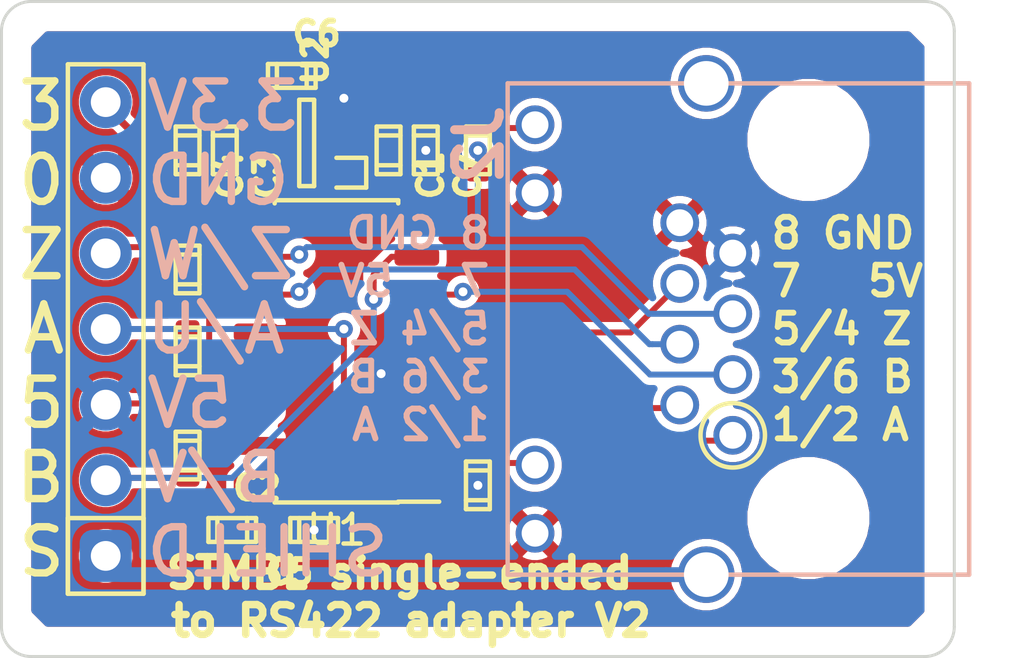
<source format=kicad_pcb>
(kicad_pcb (version 20171130) (host pcbnew "(5.1.4-0-10_14)")

  (general
    (thickness 1.6)
    (drawings 13)
    (tracks 106)
    (zones 0)
    (modules 16)
    (nets 17)
  )

  (page A4)
  (layers
    (0 F.Cu signal)
    (31 B.Cu signal)
    (32 B.Adhes user)
    (33 F.Adhes user)
    (34 B.Paste user)
    (35 F.Paste user)
    (36 B.SilkS user)
    (37 F.SilkS user)
    (38 B.Mask user)
    (39 F.Mask user)
    (40 Dwgs.User user)
    (41 Cmts.User user)
    (42 Eco1.User user)
    (43 Eco2.User user)
    (44 Edge.Cuts user)
    (45 Margin user)
    (46 B.CrtYd user)
    (47 F.CrtYd user)
    (48 B.Fab user)
    (49 F.Fab user)
  )

  (setup
    (last_trace_width 0.2)
    (trace_clearance 0.15)
    (zone_clearance 0.25)
    (zone_45_only no)
    (trace_min 0.2)
    (via_size 0.6)
    (via_drill 0.3)
    (via_min_size 0.6)
    (via_min_drill 0.3)
    (user_via 0.6 0.3)
    (uvia_size 0.3)
    (uvia_drill 0.1)
    (uvias_allowed no)
    (uvia_min_size 0.2)
    (uvia_min_drill 0.1)
    (edge_width 0.05)
    (segment_width 0.2)
    (pcb_text_width 0.3)
    (pcb_text_size 1.5 1.5)
    (mod_edge_width 0.12)
    (mod_text_size 1 1)
    (mod_text_width 0.15)
    (pad_size 1.3 1.3)
    (pad_drill 1)
    (pad_to_mask_clearance 0.051)
    (solder_mask_min_width 0.25)
    (aux_axis_origin 0 0)
    (visible_elements FFF9FF7F)
    (pcbplotparams
      (layerselection 0x010fc_ffffffff)
      (usegerberextensions false)
      (usegerberattributes false)
      (usegerberadvancedattributes false)
      (creategerberjobfile false)
      (excludeedgelayer true)
      (linewidth 0.100000)
      (plotframeref false)
      (viasonmask false)
      (mode 1)
      (useauxorigin false)
      (hpglpennumber 1)
      (hpglpenspeed 20)
      (hpglpendiameter 15.000000)
      (psnegative false)
      (psa4output false)
      (plotreference false)
      (plotvalue false)
      (plotinvisibletext false)
      (padsonsilk false)
      (subtractmaskfromsilk false)
      (outputformat 1)
      (mirror false)
      (drillshape 0)
      (scaleselection 1)
      (outputdirectory ""))
  )

  (net 0 "")
  (net 1 GND)
  (net 2 +5V)
  (net 3 IDX)
  (net 4 A)
  (net 5 B)
  (net 6 GNDA)
  (net 7 "Net-(J2-Pad1)")
  (net 8 "Net-(J2-Pad2)")
  (net 9 "Net-(J2-Pad3)")
  (net 10 "Net-(J2-Pad4)")
  (net 11 "Net-(J2-Pad5)")
  (net 12 "Net-(J2-Pad6)")
  (net 13 "Net-(J2-Pad10)")
  (net 14 "Net-(J2-Pad12)")
  (net 15 +3V3)
  (net 16 "Net-(C6-Pad2)")

  (net_class Default "This is the default net class."
    (clearance 0.15)
    (trace_width 0.2)
    (via_dia 0.6)
    (via_drill 0.3)
    (uvia_dia 0.3)
    (uvia_drill 0.1)
    (add_net +3V3)
    (add_net +5V)
    (add_net A)
    (add_net B)
    (add_net GND)
    (add_net GNDA)
    (add_net IDX)
    (add_net "Net-(C6-Pad2)")
    (add_net "Net-(J2-Pad1)")
    (add_net "Net-(J2-Pad10)")
    (add_net "Net-(J2-Pad12)")
    (add_net "Net-(J2-Pad2)")
    (add_net "Net-(J2-Pad3)")
    (add_net "Net-(J2-Pad4)")
    (add_net "Net-(J2-Pad5)")
    (add_net "Net-(J2-Pad6)")
    (add_net "Net-(U1-Pad13)")
    (add_net "Net-(U1-Pad14)")
  )

  (module stmbl:C_0603 (layer F.Cu) (tedit 5DA644E2) (tstamp 5E2F80EF)
    (at 157.25 85 90)
    (descr "Capacitor SMD 0603, reflow soldering, AVX (see smccp.pdf)")
    (tags "capacitor 0603")
    (path /5E949F87)
    (attr smd)
    (fp_text reference C7 (at -0.834 1.416 90) (layer F.SilkS)
      (effects (font (size 0.8 0.8) (thickness 0.2)))
    )
    (fp_text value 1u (at 0 1.4 90) (layer F.Fab)
      (effects (font (size 1 1) (thickness 0.15)))
    )
    (fp_line (start 0.5 -0.4) (end 0.5 0.4) (layer F.SilkS) (width 0.15))
    (fp_line (start -0.5 -0.4) (end -0.5 0.4) (layer F.SilkS) (width 0.15))
    (fp_line (start 0.8 -0.4) (end -0.8 -0.4) (layer F.SilkS) (width 0.15))
    (fp_line (start 0.8 0.4) (end 0.8 -0.4) (layer F.SilkS) (width 0.15))
    (fp_line (start -0.8 0.4) (end 0.8 0.4) (layer F.SilkS) (width 0.15))
    (fp_line (start -0.8 -0.4) (end -0.8 0.4) (layer F.SilkS) (width 0.15))
    (fp_line (start -1.3 -0.6) (end 1.3 -0.6) (layer F.CrtYd) (width 0.05))
    (fp_line (start -1.3 0.6) (end 1.3 0.6) (layer F.CrtYd) (width 0.05))
    (fp_line (start -1.3 -0.6) (end -1.3 0.6) (layer F.CrtYd) (width 0.05))
    (fp_line (start 1.3 -0.6) (end 1.3 0.6) (layer F.CrtYd) (width 0.05))
    (pad 2 smd roundrect (at 0.75 0 90) (size 0.59 0.8) (layers F.Cu F.Paste F.Mask) (roundrect_rratio 0.25)
      (net 1 GND))
    (pad 1 smd roundrect (at -0.75 0 90) (size 0.59 0.8) (layers F.Cu F.Paste F.Mask) (roundrect_rratio 0.25)
      (net 2 +5V))
    (model ${KISYS3DMOD}/Capacitor_SMD.3dshapes/C_0603_1608Metric.step
      (at (xyz 0 0 0))
      (scale (xyz 1 1 1))
      (rotate (xyz 0 0 0))
    )
  )

  (module stmbl:SOT-23-5 (layer F.Cu) (tedit 5DA64939) (tstamp 5E2F774B)
    (at 153.25 84.75 180)
    (descr "5-pin SOT-23 package")
    (tags SOT-23-5)
    (path /5E922A67)
    (attr smd)
    (fp_text reference U2 (at -0.29 2.784 90) (layer F.SilkS)
      (effects (font (size 0.8 0.8) (thickness 0.2)))
    )
    (fp_text value LDO (at 0 2.9) (layer F.Fab)
      (effects (font (size 1 1) (thickness 0.15)))
    )
    (fp_line (start -0.25 -1.45) (end -0.25 1.45) (layer F.SilkS) (width 0.15))
    (fp_line (start -0.25 1.45) (end 0.25 1.45) (layer F.SilkS) (width 0.15))
    (fp_line (start 0.25 1.45) (end 0.25 -1.45) (layer F.SilkS) (width 0.15))
    (fp_line (start 0.25 -1.45) (end -0.25 -1.45) (layer F.SilkS) (width 0.15))
    (fp_line (start -1 -1.5) (end -2 -1.5) (layer F.SilkS) (width 0.15))
    (fp_line (start -2 -1.5) (end -2 -0.5) (layer F.SilkS) (width 0.15))
    (fp_line (start -2 -0.5) (end -1 -0.5) (layer F.SilkS) (width 0.15))
    (pad 1 smd roundrect (at -1.2 -0.95 180) (size 1 0.45) (layers F.Cu F.Paste F.Mask) (roundrect_rratio 0.25)
      (net 2 +5V))
    (pad 2 smd roundrect (at -1.2 0 180) (size 1 0.45) (layers F.Cu F.Paste F.Mask) (roundrect_rratio 0.25)
      (net 1 GND) (zone_connect 2))
    (pad 3 smd roundrect (at -1.2 0.95 180) (size 1 0.45) (layers F.Cu F.Paste F.Mask) (roundrect_rratio 0.25)
      (net 2 +5V))
    (pad 4 smd roundrect (at 1.2 0.95 180) (size 1 0.45) (layers F.Cu F.Paste F.Mask) (roundrect_rratio 0.25)
      (net 16 "Net-(C6-Pad2)"))
    (pad 5 smd roundrect (at 1.2 -0.95 180) (size 1 0.45) (layers F.Cu F.Paste F.Mask) (roundrect_rratio 0.25)
      (net 15 +3V3))
    (model ${KISYS3DMOD}/Package_TO_SOT_SMD.3dshapes/SOT-23-5.step
      (at (xyz 0 0 0))
      (scale (xyz 1 1 1))
      (rotate (xyz 0 0 0))
    )
  )

  (module stmbl:C_0603 (layer F.Cu) (tedit 5DA644E2) (tstamp 5E2F75FB)
    (at 152.75 82.5 180)
    (descr "Capacitor SMD 0603, reflow soldering, AVX (see smccp.pdf)")
    (tags "capacitor 0603")
    (path /5E933CE9)
    (attr smd)
    (fp_text reference C6 (at -0.834 1.416) (layer F.SilkS)
      (effects (font (size 0.8 0.8) (thickness 0.2)))
    )
    (fp_text value 100n (at 0 1.4) (layer F.Fab)
      (effects (font (size 1 1) (thickness 0.15)))
    )
    (fp_line (start 0.5 -0.4) (end 0.5 0.4) (layer F.SilkS) (width 0.15))
    (fp_line (start -0.5 -0.4) (end -0.5 0.4) (layer F.SilkS) (width 0.15))
    (fp_line (start 0.8 -0.4) (end -0.8 -0.4) (layer F.SilkS) (width 0.15))
    (fp_line (start 0.8 0.4) (end 0.8 -0.4) (layer F.SilkS) (width 0.15))
    (fp_line (start -0.8 0.4) (end 0.8 0.4) (layer F.SilkS) (width 0.15))
    (fp_line (start -0.8 -0.4) (end -0.8 0.4) (layer F.SilkS) (width 0.15))
    (fp_line (start -1.3 -0.6) (end 1.3 -0.6) (layer F.CrtYd) (width 0.05))
    (fp_line (start -1.3 0.6) (end 1.3 0.6) (layer F.CrtYd) (width 0.05))
    (fp_line (start -1.3 -0.6) (end -1.3 0.6) (layer F.CrtYd) (width 0.05))
    (fp_line (start 1.3 -0.6) (end 1.3 0.6) (layer F.CrtYd) (width 0.05))
    (pad 2 smd roundrect (at 0.75 0 180) (size 0.59 0.8) (layers F.Cu F.Paste F.Mask) (roundrect_rratio 0.25)
      (net 16 "Net-(C6-Pad2)"))
    (pad 1 smd roundrect (at -0.75 0 180) (size 0.59 0.8) (layers F.Cu F.Paste F.Mask) (roundrect_rratio 0.25)
      (net 1 GND))
    (model ${KISYS3DMOD}/Capacitor_SMD.3dshapes/C_0603_1608Metric.step
      (at (xyz 0 0 0))
      (scale (xyz 1 1 1))
      (rotate (xyz 0 0 0))
    )
  )

  (module stmbl:Pin_Header_RM2.54_1x7_UP (layer F.Cu) (tedit 5DA83A6C) (tstamp 5DC30DFC)
    (at 146.5 98.62 180)
    (path /5C795FC3)
    (fp_text reference J1 (at 0 2.5) (layer F.SilkS) hide
      (effects (font (size 1.5 1.5) (thickness 0.3)))
    )
    (fp_text value CONN_01X07 (at 0 -2) (layer F.SilkS) hide
      (effects (font (size 1 1) (thickness 0.15)))
    )
    (fp_line (start -1.27 1.27) (end -1.27 -1.27) (layer F.SilkS) (width 0.15))
    (fp_line (start 1.27 1.27) (end -1.27 1.27) (layer F.SilkS) (width 0.15))
    (fp_line (start 1.27 -1.27) (end 1.27 1.27) (layer F.SilkS) (width 0.15))
    (fp_line (start -1.27 -1.27) (end 1.27 -1.27) (layer F.SilkS) (width 0.15))
    (fp_line (start -1.27 16.51) (end -1.27 -1.27) (layer F.SilkS) (width 0.15))
    (fp_line (start 1.27 16.51) (end -1.27 16.51) (layer F.SilkS) (width 0.15))
    (fp_line (start 1.27 -1.27) (end 1.27 16.51) (layer F.SilkS) (width 0.15))
    (fp_line (start -1.27 -1.27) (end 1.27 -1.27) (layer F.SilkS) (width 0.15))
    (pad 7 thru_hole circle (at 0 15.24 180) (size 1.3 1.3) (drill 1) (layers *.Cu *.Mask)
      (net 15 +3V3))
    (pad 7 smd circle (at 0 15.24 180) (size 1.75 1.75) (layers B.Cu B.Mask)
      (net 15 +3V3))
    (pad 6 thru_hole circle (at 0 12.7 180) (size 1.3 1.3) (drill 1) (layers *.Cu *.Mask)
      (net 1 GND))
    (pad 6 smd circle (at 0 12.7 180) (size 1.75 1.75) (layers B.Cu B.Mask)
      (net 1 GND))
    (pad 5 thru_hole circle (at 0 10.16 180) (size 1.3 1.3) (drill 1) (layers *.Cu *.Mask)
      (net 3 IDX))
    (pad 5 smd circle (at 0 10.16 180) (size 1.75 1.75) (layers B.Cu B.Mask)
      (net 3 IDX))
    (pad 4 thru_hole circle (at 0 7.62 180) (size 1.3 1.3) (drill 1) (layers *.Cu *.Mask)
      (net 4 A))
    (pad 4 smd circle (at 0 7.62 180) (size 1.75 1.75) (layers B.Cu B.Mask)
      (net 4 A))
    (pad 3 thru_hole circle (at 0 5.08 180) (size 1.3 1.3) (drill 1) (layers *.Cu *.Mask)
      (net 2 +5V))
    (pad 3 smd circle (at 0 5.08 180) (size 1.75 1.75) (layers B.Cu B.Mask)
      (net 2 +5V))
    (pad 2 thru_hole circle (at 0 2.54 180) (size 1.3 1.3) (drill 1) (layers *.Cu *.Mask)
      (net 5 B))
    (pad 2 smd circle (at 0 2.54 180) (size 1.75 1.75) (layers B.Cu B.Mask)
      (net 5 B))
    (pad 1 thru_hole circle (at 0 0 180) (size 1.3 1.3) (drill 1) (layers *.Cu *.Mask)
      (net 6 GNDA))
    (pad 1 smd roundrect (at 0 0 180) (size 1.75 1.75) (layers B.Cu B.Mask) (roundrect_rratio 0.25)
      (net 6 GNDA))
  )

  (module stmbl:SOIC-16 (layer F.Cu) (tedit 5DC2FC18) (tstamp 5DC30FD3)
    (at 154.25 91.75 180)
    (descr "16-Lead Plastic Small Outline (SL) - Narrow, 3.90 mm Body [SOIC] (see Microchip Packaging Specification 00000049BS.pdf)")
    (tags "SOIC 1.27")
    (path /5DD226B1)
    (attr smd)
    (fp_text reference U1 (at 0 -6) (layer F.SilkS)
      (effects (font (size 1 1) (thickness 0.15)))
    )
    (fp_text value am26ls31 (at 0 6) (layer F.Fab)
      (effects (font (size 1 1) (thickness 0.15)))
    )
    (fp_text user %R (at 0 0) (layer F.Fab)
      (effects (font (size 0.9 0.9) (thickness 0.135)))
    )
    (fp_line (start -0.95 -4.95) (end 1.95 -4.95) (layer F.Fab) (width 0.15))
    (fp_line (start 1.95 -4.95) (end 1.95 4.95) (layer F.Fab) (width 0.15))
    (fp_line (start 1.95 4.95) (end -1.95 4.95) (layer F.Fab) (width 0.15))
    (fp_line (start -1.95 4.95) (end -1.95 -3.95) (layer F.Fab) (width 0.15))
    (fp_line (start -1.95 -3.95) (end -0.95 -4.95) (layer F.Fab) (width 0.15))
    (fp_line (start -3.7 -5.25) (end -3.7 5.25) (layer F.CrtYd) (width 0.05))
    (fp_line (start 3.7 -5.25) (end 3.7 5.25) (layer F.CrtYd) (width 0.05))
    (fp_line (start -3.7 -5.25) (end 3.7 -5.25) (layer F.CrtYd) (width 0.05))
    (fp_line (start -3.7 5.25) (end 3.7 5.25) (layer F.CrtYd) (width 0.05))
    (fp_line (start -2.075 -5.075) (end -2.075 -5.05) (layer F.SilkS) (width 0.15))
    (fp_line (start 2.075 -5.075) (end 2.075 -4.97) (layer F.SilkS) (width 0.15))
    (fp_line (start 2.075 5.075) (end 2.075 4.97) (layer F.SilkS) (width 0.15))
    (fp_line (start -2.075 5.075) (end -2.075 4.97) (layer F.SilkS) (width 0.15))
    (fp_line (start -2.075 -5.075) (end 2.075 -5.075) (layer F.SilkS) (width 0.15))
    (fp_line (start -2.075 5.075) (end 2.075 5.075) (layer F.SilkS) (width 0.15))
    (fp_line (start -2.075 -5.05) (end -3.45 -5.05) (layer F.SilkS) (width 0.15))
    (pad 1 smd roundrect (at -2.7 -4.445 180) (size 1.5 0.6) (layers F.Cu F.Paste F.Mask) (roundrect_rratio 0.25)
      (net 4 A))
    (pad 2 smd roundrect (at -2.7 -3.175 180) (size 1.5 0.6) (layers F.Cu F.Paste F.Mask) (roundrect_rratio 0.25)
      (net 7 "Net-(J2-Pad1)"))
    (pad 3 smd roundrect (at -2.7 -1.905 180) (size 1.5 0.6) (layers F.Cu F.Paste F.Mask) (roundrect_rratio 0.25)
      (net 8 "Net-(J2-Pad2)"))
    (pad 4 smd roundrect (at -2.7 -0.635 180) (size 1.5 0.6) (layers F.Cu F.Paste F.Mask) (roundrect_rratio 0.25)
      (net 2 +5V))
    (pad 5 smd roundrect (at -2.7 0.635 180) (size 1.5 0.6) (layers F.Cu F.Paste F.Mask) (roundrect_rratio 0.25)
      (net 12 "Net-(J2-Pad6)"))
    (pad 6 smd roundrect (at -2.7 1.905 180) (size 1.5 0.6) (layers F.Cu F.Paste F.Mask) (roundrect_rratio 0.25)
      (net 9 "Net-(J2-Pad3)"))
    (pad 7 smd roundrect (at -2.7 3.175 180) (size 1.5 0.6) (layers F.Cu F.Paste F.Mask) (roundrect_rratio 0.25)
      (net 5 B))
    (pad 8 smd roundrect (at -2.7 4.445 180) (size 1.5 0.6) (layers F.Cu F.Paste F.Mask) (roundrect_rratio 0.25)
      (net 1 GND))
    (pad 9 smd roundrect (at 2.7 4.445 180) (size 1.5 0.6) (layers F.Cu F.Paste F.Mask) (roundrect_rratio 0.25)
      (net 3 IDX))
    (pad 10 smd roundrect (at 2.7 3.175 180) (size 1.5 0.6) (layers F.Cu F.Paste F.Mask) (roundrect_rratio 0.25)
      (net 11 "Net-(J2-Pad5)"))
    (pad 11 smd roundrect (at 2.7 1.905 180) (size 1.5 0.6) (layers F.Cu F.Paste F.Mask) (roundrect_rratio 0.25)
      (net 10 "Net-(J2-Pad4)"))
    (pad 12 smd roundrect (at 2.7 0.635 180) (size 1.5 0.6) (layers F.Cu F.Paste F.Mask) (roundrect_rratio 0.25)
      (net 1 GND))
    (pad 13 smd roundrect (at 2.7 -0.635 180) (size 1.5 0.6) (layers F.Cu F.Paste F.Mask) (roundrect_rratio 0.25))
    (pad 14 smd roundrect (at 2.7 -1.905 180) (size 1.5 0.6) (layers F.Cu F.Paste F.Mask) (roundrect_rratio 0.25))
    (pad 15 smd roundrect (at 2.7 -3.175 180) (size 1.5 0.6) (layers F.Cu F.Paste F.Mask) (roundrect_rratio 0.25)
      (net 1 GND))
    (pad 16 smd roundrect (at 2.7 -4.445 180) (size 1.5 0.6) (layers F.Cu F.Paste F.Mask) (roundrect_rratio 0.25)
      (net 2 +5V))
    (model ${KISYS3DMOD}/Package_SO.3dshapes/SOIC-16_3.9x9.9mm_P1.27mm.wrl
      (at (xyz 0 0 0))
      (scale (xyz 1 1 1))
      (rotate (xyz 0 0 0))
    )
  )

  (module stmbl:C_0603 (layer F.Cu) (tedit 5DA644E2) (tstamp 5DC30902)
    (at 153.5 97.75)
    (descr "Capacitor SMD 0603, reflow soldering, AVX (see smccp.pdf)")
    (tags "capacitor 0603")
    (path /5DD58169)
    (attr smd)
    (fp_text reference C5 (at -0.834 1.416) (layer F.SilkS)
      (effects (font (size 0.8 0.8) (thickness 0.2)))
    )
    (fp_text value 1u (at 0 1.4) (layer F.Fab)
      (effects (font (size 1 1) (thickness 0.15)))
    )
    (fp_line (start 0.5 -0.4) (end 0.5 0.4) (layer F.SilkS) (width 0.15))
    (fp_line (start -0.5 -0.4) (end -0.5 0.4) (layer F.SilkS) (width 0.15))
    (fp_line (start 0.8 -0.4) (end -0.8 -0.4) (layer F.SilkS) (width 0.15))
    (fp_line (start 0.8 0.4) (end 0.8 -0.4) (layer F.SilkS) (width 0.15))
    (fp_line (start -0.8 0.4) (end 0.8 0.4) (layer F.SilkS) (width 0.15))
    (fp_line (start -0.8 -0.4) (end -0.8 0.4) (layer F.SilkS) (width 0.15))
    (fp_line (start -1.3 -0.6) (end 1.3 -0.6) (layer F.CrtYd) (width 0.05))
    (fp_line (start -1.3 0.6) (end 1.3 0.6) (layer F.CrtYd) (width 0.05))
    (fp_line (start -1.3 -0.6) (end -1.3 0.6) (layer F.CrtYd) (width 0.05))
    (fp_line (start 1.3 -0.6) (end 1.3 0.6) (layer F.CrtYd) (width 0.05))
    (pad 2 smd roundrect (at 0.75 0) (size 0.59 0.8) (layers F.Cu F.Paste F.Mask) (roundrect_rratio 0.25)
      (net 1 GND))
    (pad 1 smd roundrect (at -0.75 0) (size 0.59 0.8) (layers F.Cu F.Paste F.Mask) (roundrect_rratio 0.25)
      (net 2 +5V))
    (model ${KISYS3DMOD}/Capacitor_SMD.3dshapes/C_0603_1608Metric.step
      (at (xyz 0 0 0))
      (scale (xyz 1 1 1))
      (rotate (xyz 0 0 0))
    )
  )

  (module stmbl:C_0603 (layer F.Cu) (tedit 5DA644E2) (tstamp 5DC308F2)
    (at 149.25 85 90)
    (descr "Capacitor SMD 0603, reflow soldering, AVX (see smccp.pdf)")
    (tags "capacitor 0603")
    (path /5DD7DCEF)
    (attr smd)
    (fp_text reference C4 (at -0.834 1.416 90) (layer F.SilkS)
      (effects (font (size 0.8 0.8) (thickness 0.2)))
    )
    (fp_text value 1u (at 0 1.4 90) (layer F.Fab)
      (effects (font (size 1 1) (thickness 0.15)))
    )
    (fp_line (start 0.5 -0.4) (end 0.5 0.4) (layer F.SilkS) (width 0.15))
    (fp_line (start -0.5 -0.4) (end -0.5 0.4) (layer F.SilkS) (width 0.15))
    (fp_line (start 0.8 -0.4) (end -0.8 -0.4) (layer F.SilkS) (width 0.15))
    (fp_line (start 0.8 0.4) (end 0.8 -0.4) (layer F.SilkS) (width 0.15))
    (fp_line (start -0.8 0.4) (end 0.8 0.4) (layer F.SilkS) (width 0.15))
    (fp_line (start -0.8 -0.4) (end -0.8 0.4) (layer F.SilkS) (width 0.15))
    (fp_line (start -1.3 -0.6) (end 1.3 -0.6) (layer F.CrtYd) (width 0.05))
    (fp_line (start -1.3 0.6) (end 1.3 0.6) (layer F.CrtYd) (width 0.05))
    (fp_line (start -1.3 -0.6) (end -1.3 0.6) (layer F.CrtYd) (width 0.05))
    (fp_line (start 1.3 -0.6) (end 1.3 0.6) (layer F.CrtYd) (width 0.05))
    (pad 2 smd roundrect (at 0.75 0 90) (size 0.59 0.8) (layers F.Cu F.Paste F.Mask) (roundrect_rratio 0.25)
      (net 1 GND))
    (pad 1 smd roundrect (at -0.75 0 90) (size 0.59 0.8) (layers F.Cu F.Paste F.Mask) (roundrect_rratio 0.25)
      (net 15 +3V3))
    (model ${KISYS3DMOD}/Capacitor_SMD.3dshapes/C_0603_1608Metric.step
      (at (xyz 0 0 0))
      (scale (xyz 1 1 1))
      (rotate (xyz 0 0 0))
    )
  )

  (module stmbl:C_0603 (layer F.Cu) (tedit 5DA644E2) (tstamp 5DC308E2)
    (at 150.5 85 90)
    (descr "Capacitor SMD 0603, reflow soldering, AVX (see smccp.pdf)")
    (tags "capacitor 0603")
    (path /5DD85645)
    (attr smd)
    (fp_text reference C3 (at -0.834 1.416 90) (layer F.SilkS)
      (effects (font (size 0.8 0.8) (thickness 0.2)))
    )
    (fp_text value 100n (at 0 1.4 90) (layer F.Fab)
      (effects (font (size 1 1) (thickness 0.15)))
    )
    (fp_line (start 0.5 -0.4) (end 0.5 0.4) (layer F.SilkS) (width 0.15))
    (fp_line (start -0.5 -0.4) (end -0.5 0.4) (layer F.SilkS) (width 0.15))
    (fp_line (start 0.8 -0.4) (end -0.8 -0.4) (layer F.SilkS) (width 0.15))
    (fp_line (start 0.8 0.4) (end 0.8 -0.4) (layer F.SilkS) (width 0.15))
    (fp_line (start -0.8 0.4) (end 0.8 0.4) (layer F.SilkS) (width 0.15))
    (fp_line (start -0.8 -0.4) (end -0.8 0.4) (layer F.SilkS) (width 0.15))
    (fp_line (start -1.3 -0.6) (end 1.3 -0.6) (layer F.CrtYd) (width 0.05))
    (fp_line (start -1.3 0.6) (end 1.3 0.6) (layer F.CrtYd) (width 0.05))
    (fp_line (start -1.3 -0.6) (end -1.3 0.6) (layer F.CrtYd) (width 0.05))
    (fp_line (start 1.3 -0.6) (end 1.3 0.6) (layer F.CrtYd) (width 0.05))
    (pad 2 smd roundrect (at 0.75 0 90) (size 0.59 0.8) (layers F.Cu F.Paste F.Mask) (roundrect_rratio 0.25)
      (net 1 GND))
    (pad 1 smd roundrect (at -0.75 0 90) (size 0.59 0.8) (layers F.Cu F.Paste F.Mask) (roundrect_rratio 0.25)
      (net 15 +3V3))
    (model ${KISYS3DMOD}/Capacitor_SMD.3dshapes/C_0603_1608Metric.step
      (at (xyz 0 0 0))
      (scale (xyz 1 1 1))
      (rotate (xyz 0 0 0))
    )
  )

  (module stmbl:R_0603 (layer F.Cu) (tedit 5DA6478D) (tstamp 5C70F729)
    (at 159 85 90)
    (descr "Resistor SMD 0603, reflow soldering, Vishay (see dcrcw.pdf)")
    (tags "resistor 0603")
    (path /5C7AE616)
    (attr smd)
    (fp_text reference R5 (at -3.248 0.04 90) (layer F.SilkS) hide
      (effects (font (size 0.8 0.8) (thickness 0.2)))
    )
    (fp_text value 560 (at 0 1.4 90) (layer F.Fab)
      (effects (font (size 1 1) (thickness 0.15)))
    )
    (fp_line (start 0.5 -0.4) (end 0.5 0.4) (layer F.SilkS) (width 0.15))
    (fp_line (start -0.5 -0.4) (end -0.5 0.4) (layer F.SilkS) (width 0.15))
    (fp_line (start 0.8 -0.4) (end -0.8 -0.4) (layer F.SilkS) (width 0.15))
    (fp_line (start 0.8 0.4) (end 0.8 -0.4) (layer F.SilkS) (width 0.15))
    (fp_line (start -0.8 0.4) (end 0.8 0.4) (layer F.SilkS) (width 0.15))
    (fp_line (start -0.8 -0.4) (end -0.8 0.4) (layer F.SilkS) (width 0.15))
    (fp_line (start -1.3 -0.6) (end 1.3 -0.6) (layer F.CrtYd) (width 0.05))
    (fp_line (start -1.3 0.6) (end 1.3 0.6) (layer F.CrtYd) (width 0.05))
    (fp_line (start -1.3 -0.6) (end -1.3 0.6) (layer F.CrtYd) (width 0.05))
    (fp_line (start 1.3 -0.6) (end 1.3 0.6) (layer F.CrtYd) (width 0.05))
    (pad 2 smd roundrect (at 0.75 0 90) (size 0.59 0.8) (layers F.Cu F.Paste F.Mask) (roundrect_rratio 0.25)
      (net 13 "Net-(J2-Pad10)"))
    (pad 1 smd roundrect (at -0.75 0 90) (size 0.59 0.8) (layers F.Cu F.Paste F.Mask) (roundrect_rratio 0.25)
      (net 11 "Net-(J2-Pad5)"))
    (model ${KISYS3DMOD}/Resistor_SMD.3dshapes/R_0603_1608Metric.step
      (at (xyz 0 0 0))
      (scale (xyz 1 1 1))
      (rotate (xyz 0 0 0))
    )
  )

  (module stmbl:R_0603 (layer F.Cu) (tedit 5DA6478D) (tstamp 5E2F7ABE)
    (at 159 96.25 90)
    (descr "Resistor SMD 0603, reflow soldering, Vishay (see dcrcw.pdf)")
    (tags "resistor 0603")
    (path /5C7AD89A)
    (attr smd)
    (fp_text reference R4 (at -3.248 0.04 270) (layer F.SilkS) hide
      (effects (font (size 0.8 0.8) (thickness 0.2)))
    )
    (fp_text value 560 (at 0 1.4 270) (layer F.Fab)
      (effects (font (size 1 1) (thickness 0.15)))
    )
    (fp_line (start 0.5 -0.4) (end 0.5 0.4) (layer F.SilkS) (width 0.15))
    (fp_line (start -0.5 -0.4) (end -0.5 0.4) (layer F.SilkS) (width 0.15))
    (fp_line (start 0.8 -0.4) (end -0.8 -0.4) (layer F.SilkS) (width 0.15))
    (fp_line (start 0.8 0.4) (end 0.8 -0.4) (layer F.SilkS) (width 0.15))
    (fp_line (start -0.8 0.4) (end 0.8 0.4) (layer F.SilkS) (width 0.15))
    (fp_line (start -0.8 -0.4) (end -0.8 0.4) (layer F.SilkS) (width 0.15))
    (fp_line (start -1.3 -0.6) (end 1.3 -0.6) (layer F.CrtYd) (width 0.05))
    (fp_line (start -1.3 0.6) (end 1.3 0.6) (layer F.CrtYd) (width 0.05))
    (fp_line (start -1.3 -0.6) (end -1.3 0.6) (layer F.CrtYd) (width 0.05))
    (fp_line (start 1.3 -0.6) (end 1.3 0.6) (layer F.CrtYd) (width 0.05))
    (pad 2 smd roundrect (at 0.75 0 90) (size 0.59 0.8) (layers F.Cu F.Paste F.Mask) (roundrect_rratio 0.25)
      (net 14 "Net-(J2-Pad12)"))
    (pad 1 smd roundrect (at -0.75 0 90) (size 0.59 0.8) (layers F.Cu F.Paste F.Mask) (roundrect_rratio 0.25)
      (net 2 +5V))
    (model ${KISYS3DMOD}/Resistor_SMD.3dshapes/R_0603_1608Metric.step
      (at (xyz 0 0 0))
      (scale (xyz 1 1 1))
      (rotate (xyz 0 0 0))
    )
  )

  (module stmbl:R_0603 (layer F.Cu) (tedit 5DA6478D) (tstamp 5C70F709)
    (at 149.25 89 90)
    (descr "Resistor SMD 0603, reflow soldering, Vishay (see dcrcw.pdf)")
    (tags "resistor 0603")
    (path /5C7BBC89)
    (attr smd)
    (fp_text reference R3 (at -3.248 0.04 90) (layer F.SilkS) hide
      (effects (font (size 0.8 0.8) (thickness 0.2)))
    )
    (fp_text value 3.9k (at 0 1.4 90) (layer F.Fab)
      (effects (font (size 1 1) (thickness 0.15)))
    )
    (fp_line (start 0.5 -0.4) (end 0.5 0.4) (layer F.SilkS) (width 0.15))
    (fp_line (start -0.5 -0.4) (end -0.5 0.4) (layer F.SilkS) (width 0.15))
    (fp_line (start 0.8 -0.4) (end -0.8 -0.4) (layer F.SilkS) (width 0.15))
    (fp_line (start 0.8 0.4) (end 0.8 -0.4) (layer F.SilkS) (width 0.15))
    (fp_line (start -0.8 0.4) (end 0.8 0.4) (layer F.SilkS) (width 0.15))
    (fp_line (start -0.8 -0.4) (end -0.8 0.4) (layer F.SilkS) (width 0.15))
    (fp_line (start -1.3 -0.6) (end 1.3 -0.6) (layer F.CrtYd) (width 0.05))
    (fp_line (start -1.3 0.6) (end 1.3 0.6) (layer F.CrtYd) (width 0.05))
    (fp_line (start -1.3 -0.6) (end -1.3 0.6) (layer F.CrtYd) (width 0.05))
    (fp_line (start 1.3 -0.6) (end 1.3 0.6) (layer F.CrtYd) (width 0.05))
    (pad 2 smd roundrect (at 0.75 0 90) (size 0.59 0.8) (layers F.Cu F.Paste F.Mask) (roundrect_rratio 0.25)
      (net 3 IDX))
    (pad 1 smd roundrect (at -0.75 0 90) (size 0.59 0.8) (layers F.Cu F.Paste F.Mask) (roundrect_rratio 0.25)
      (net 2 +5V))
    (model ${KISYS3DMOD}/Resistor_SMD.3dshapes/R_0603_1608Metric.step
      (at (xyz 0 0 0))
      (scale (xyz 1 1 1))
      (rotate (xyz 0 0 0))
    )
  )

  (module stmbl:R_0603 (layer F.Cu) (tedit 5DA6478D) (tstamp 5DC31058)
    (at 149.25 95.25 270)
    (descr "Resistor SMD 0603, reflow soldering, Vishay (see dcrcw.pdf)")
    (tags "resistor 0603")
    (path /5C7BBB0C)
    (attr smd)
    (fp_text reference R2 (at -3.248 0.04 270) (layer F.SilkS) hide
      (effects (font (size 0.8 0.8) (thickness 0.2)))
    )
    (fp_text value 3.9k (at 0 1.4 270) (layer F.Fab)
      (effects (font (size 1 1) (thickness 0.15)))
    )
    (fp_line (start 0.5 -0.4) (end 0.5 0.4) (layer F.SilkS) (width 0.15))
    (fp_line (start -0.5 -0.4) (end -0.5 0.4) (layer F.SilkS) (width 0.15))
    (fp_line (start 0.8 -0.4) (end -0.8 -0.4) (layer F.SilkS) (width 0.15))
    (fp_line (start 0.8 0.4) (end 0.8 -0.4) (layer F.SilkS) (width 0.15))
    (fp_line (start -0.8 0.4) (end 0.8 0.4) (layer F.SilkS) (width 0.15))
    (fp_line (start -0.8 -0.4) (end -0.8 0.4) (layer F.SilkS) (width 0.15))
    (fp_line (start -1.3 -0.6) (end 1.3 -0.6) (layer F.CrtYd) (width 0.05))
    (fp_line (start -1.3 0.6) (end 1.3 0.6) (layer F.CrtYd) (width 0.05))
    (fp_line (start -1.3 -0.6) (end -1.3 0.6) (layer F.CrtYd) (width 0.05))
    (fp_line (start 1.3 -0.6) (end 1.3 0.6) (layer F.CrtYd) (width 0.05))
    (pad 2 smd roundrect (at 0.75 0 270) (size 0.59 0.8) (layers F.Cu F.Paste F.Mask) (roundrect_rratio 0.25)
      (net 5 B))
    (pad 1 smd roundrect (at -0.75 0 270) (size 0.59 0.8) (layers F.Cu F.Paste F.Mask) (roundrect_rratio 0.25)
      (net 2 +5V))
    (model ${KISYS3DMOD}/Resistor_SMD.3dshapes/R_0603_1608Metric.step
      (at (xyz 0 0 0))
      (scale (xyz 1 1 1))
      (rotate (xyz 0 0 0))
    )
  )

  (module stmbl:R_0603 (layer F.Cu) (tedit 5DA6478D) (tstamp 5C70F6E9)
    (at 149.25 91.75 90)
    (descr "Resistor SMD 0603, reflow soldering, Vishay (see dcrcw.pdf)")
    (tags "resistor 0603")
    (path /5C7BB4F1)
    (attr smd)
    (fp_text reference R1 (at -3.248 0.04 90) (layer F.SilkS) hide
      (effects (font (size 0.8 0.8) (thickness 0.2)))
    )
    (fp_text value 3.9k (at 0 1.4 90) (layer F.Fab)
      (effects (font (size 1 1) (thickness 0.15)))
    )
    (fp_line (start 0.5 -0.4) (end 0.5 0.4) (layer F.SilkS) (width 0.15))
    (fp_line (start -0.5 -0.4) (end -0.5 0.4) (layer F.SilkS) (width 0.15))
    (fp_line (start 0.8 -0.4) (end -0.8 -0.4) (layer F.SilkS) (width 0.15))
    (fp_line (start 0.8 0.4) (end 0.8 -0.4) (layer F.SilkS) (width 0.15))
    (fp_line (start -0.8 0.4) (end 0.8 0.4) (layer F.SilkS) (width 0.15))
    (fp_line (start -0.8 -0.4) (end -0.8 0.4) (layer F.SilkS) (width 0.15))
    (fp_line (start -1.3 -0.6) (end 1.3 -0.6) (layer F.CrtYd) (width 0.05))
    (fp_line (start -1.3 0.6) (end 1.3 0.6) (layer F.CrtYd) (width 0.05))
    (fp_line (start -1.3 -0.6) (end -1.3 0.6) (layer F.CrtYd) (width 0.05))
    (fp_line (start 1.3 -0.6) (end 1.3 0.6) (layer F.CrtYd) (width 0.05))
    (pad 2 smd roundrect (at 0.75 0 90) (size 0.59 0.8) (layers F.Cu F.Paste F.Mask) (roundrect_rratio 0.25)
      (net 4 A))
    (pad 1 smd roundrect (at -0.75 0 90) (size 0.59 0.8) (layers F.Cu F.Paste F.Mask) (roundrect_rratio 0.25)
      (net 2 +5V))
    (model ${KISYS3DMOD}/Resistor_SMD.3dshapes/R_0603_1608Metric.step
      (at (xyz 0 0 0))
      (scale (xyz 1 1 1))
      (rotate (xyz 0 0 0))
    )
  )

  (module stmbl:RJ45_LED (layer B.Cu) (tedit 58E701F3) (tstamp 5DC30F35)
    (at 175.5 91 90)
    (path /5C78E60A)
    (fp_text reference J2 (at 6.194 -16.462 90) (layer B.SilkS)
      (effects (font (size 1.5 1.5) (thickness 0.3)) (justify mirror))
    )
    (fp_text value RJ45_LED (at -5 1 90) (layer B.Fab)
      (effects (font (size 1 1) (thickness 0.15)) (justify mirror))
    )
    (fp_line (start 8.25 0) (end -8.25 0) (layer B.SilkS) (width 0.15))
    (fp_line (start -8.25 0) (end -8.25 -15.5) (layer B.SilkS) (width 0.15))
    (fp_line (start -8.25 -15.5) (end 8.25 -15.5) (layer B.SilkS) (width 0.15))
    (fp_line (start 8.25 -15.5) (end 8.25 0) (layer B.SilkS) (width 0.15))
    (fp_circle (center -3.57 -7.94) (end -3.556 -6.858) (layer F.SilkS) (width 0.15))
    (pad "" np_thru_hole circle (at 6.35 -5.4 90) (size 3.1 3.1) (drill 3.1) (layers *.Cu *.Mask)
      (clearance 0.5))
    (pad "" np_thru_hole circle (at -6.35 -5.4 90) (size 3.1 3.1) (drill 3.1) (layers *.Cu *.Mask)
      (clearance 0.5))
    (pad 13 thru_hole circle (at 8.25 -8.83 90) (size 1.9 1.9) (drill 1.5) (layers *.Cu *.Mask)
      (net 6 GNDA))
    (pad 13 thru_hole circle (at -8.25 -8.83 90) (size 1.9 1.9) (drill 1.5) (layers *.Cu *.Mask)
      (net 6 GNDA))
    (pad 1 thru_hole circle (at -3.57 -7.94 90) (size 1.3 1.3) (drill 0.9) (layers *.Cu *.Mask)
      (net 7 "Net-(J2-Pad1)"))
    (pad 2 thru_hole circle (at -2.55 -9.72 90) (size 1.3 1.3) (drill 0.9) (layers *.Cu *.Mask)
      (net 8 "Net-(J2-Pad2)"))
    (pad 3 thru_hole circle (at -1.53 -7.94 90) (size 1.3 1.3) (drill 0.9) (layers *.Cu *.Mask)
      (net 9 "Net-(J2-Pad3)"))
    (pad 4 thru_hole circle (at -0.51 -9.72 90) (size 1.3 1.3) (drill 0.9) (layers *.Cu *.Mask)
      (net 10 "Net-(J2-Pad4)"))
    (pad 5 thru_hole circle (at 0.51 -7.94 90) (size 1.3 1.3) (drill 0.9) (layers *.Cu *.Mask)
      (net 11 "Net-(J2-Pad5)"))
    (pad 6 thru_hole circle (at 1.53 -9.72 90) (size 1.3 1.3) (drill 0.9) (layers *.Cu *.Mask)
      (net 12 "Net-(J2-Pad6)"))
    (pad 7 thru_hole circle (at 2.55 -7.94 90) (size 1.3 1.3) (drill 0.9) (layers *.Cu *.Mask)
      (net 2 +5V))
    (pad 8 thru_hole circle (at 3.57 -9.72 90) (size 1.3 1.3) (drill 0.9) (layers *.Cu *.Mask)
      (net 1 GND))
    (pad 10 thru_hole circle (at 6.86 -14.58 90) (size 1.3 1.3) (drill 0.9) (layers *.Cu *.Mask)
      (net 13 "Net-(J2-Pad10)"))
    (pad 9 thru_hole circle (at 4.57 -14.58 90) (size 1.3 1.3) (drill 0.9) (layers *.Cu *.Mask)
      (net 1 GND))
    (pad 12 thru_hole circle (at -4.57 -14.58 90) (size 1.3 1.3) (drill 0.9) (layers *.Cu *.Mask)
      (net 14 "Net-(J2-Pad12)"))
    (pad 11 thru_hole circle (at -6.86 -14.58 90) (size 1.3 1.3) (drill 0.9) (layers *.Cu *.Mask)
      (net 1 GND))
    (model ${KIPRJMOD}/../lib/stmbl.pretty/RIA_AJT10L8813-011.wrl
      (at (xyz 0 0 0))
      (scale (xyz 393.7 393.7 393.7))
      (rotate (xyz -90 0 180))
    )
  )

  (module stmbl:C_0603 (layer F.Cu) (tedit 5DA644E2) (tstamp 5C70F68F)
    (at 150.75 97.75 180)
    (descr "Capacitor SMD 0603, reflow soldering, AVX (see smccp.pdf)")
    (tags "capacitor 0603")
    (path /5C79998F)
    (attr smd)
    (fp_text reference C2 (at -0.834 1.416) (layer F.SilkS)
      (effects (font (size 0.8 0.8) (thickness 0.2)))
    )
    (fp_text value 100n (at 0 1.4) (layer F.Fab)
      (effects (font (size 1 1) (thickness 0.15)))
    )
    (fp_line (start 0.5 -0.4) (end 0.5 0.4) (layer F.SilkS) (width 0.15))
    (fp_line (start -0.5 -0.4) (end -0.5 0.4) (layer F.SilkS) (width 0.15))
    (fp_line (start 0.8 -0.4) (end -0.8 -0.4) (layer F.SilkS) (width 0.15))
    (fp_line (start 0.8 0.4) (end 0.8 -0.4) (layer F.SilkS) (width 0.15))
    (fp_line (start -0.8 0.4) (end 0.8 0.4) (layer F.SilkS) (width 0.15))
    (fp_line (start -0.8 -0.4) (end -0.8 0.4) (layer F.SilkS) (width 0.15))
    (fp_line (start -1.3 -0.6) (end 1.3 -0.6) (layer F.CrtYd) (width 0.05))
    (fp_line (start -1.3 0.6) (end 1.3 0.6) (layer F.CrtYd) (width 0.05))
    (fp_line (start -1.3 -0.6) (end -1.3 0.6) (layer F.CrtYd) (width 0.05))
    (fp_line (start 1.3 -0.6) (end 1.3 0.6) (layer F.CrtYd) (width 0.05))
    (pad 2 smd roundrect (at 0.75 0 180) (size 0.59 0.8) (layers F.Cu F.Paste F.Mask) (roundrect_rratio 0.25)
      (net 1 GND))
    (pad 1 smd roundrect (at -0.75 0 180) (size 0.59 0.8) (layers F.Cu F.Paste F.Mask) (roundrect_rratio 0.25)
      (net 2 +5V))
    (model ${KISYS3DMOD}/Capacitor_SMD.3dshapes/C_0603_1608Metric.step
      (at (xyz 0 0 0))
      (scale (xyz 1 1 1))
      (rotate (xyz 0 0 0))
    )
  )

  (module stmbl:C_0603 (layer F.Cu) (tedit 5DA644E2) (tstamp 5E2F7839)
    (at 156 85 90)
    (descr "Capacitor SMD 0603, reflow soldering, AVX (see smccp.pdf)")
    (tags "capacitor 0603")
    (path /5C799546)
    (attr smd)
    (fp_text reference C1 (at -0.834 1.416 270) (layer F.SilkS)
      (effects (font (size 0.8 0.8) (thickness 0.2)))
    )
    (fp_text value 100n (at 0 1.4 270) (layer F.Fab)
      (effects (font (size 1 1) (thickness 0.15)))
    )
    (fp_line (start 0.5 -0.4) (end 0.5 0.4) (layer F.SilkS) (width 0.15))
    (fp_line (start -0.5 -0.4) (end -0.5 0.4) (layer F.SilkS) (width 0.15))
    (fp_line (start 0.8 -0.4) (end -0.8 -0.4) (layer F.SilkS) (width 0.15))
    (fp_line (start 0.8 0.4) (end 0.8 -0.4) (layer F.SilkS) (width 0.15))
    (fp_line (start -0.8 0.4) (end 0.8 0.4) (layer F.SilkS) (width 0.15))
    (fp_line (start -0.8 -0.4) (end -0.8 0.4) (layer F.SilkS) (width 0.15))
    (fp_line (start -1.3 -0.6) (end 1.3 -0.6) (layer F.CrtYd) (width 0.05))
    (fp_line (start -1.3 0.6) (end 1.3 0.6) (layer F.CrtYd) (width 0.05))
    (fp_line (start -1.3 -0.6) (end -1.3 0.6) (layer F.CrtYd) (width 0.05))
    (fp_line (start 1.3 -0.6) (end 1.3 0.6) (layer F.CrtYd) (width 0.05))
    (pad 2 smd roundrect (at 0.75 0 90) (size 0.59 0.8) (layers F.Cu F.Paste F.Mask) (roundrect_rratio 0.25)
      (net 1 GND))
    (pad 1 smd roundrect (at -0.75 0 90) (size 0.59 0.8) (layers F.Cu F.Paste F.Mask) (roundrect_rratio 0.25)
      (net 2 +5V))
    (model ${KISYS3DMOD}/Capacitor_SMD.3dshapes/C_0603_1608Metric.step
      (at (xyz 0 0 0))
      (scale (xyz 1 1 1))
      (rotate (xyz 0 0 0))
    )
  )

  (gr_text "3\n0\nZ\nA\n5\nB\nS" (at 145.25 91) (layer F.SilkS) (tstamp 5DC33CFE)
    (effects (font (size 1.55 1.55) (thickness 0.25)) (justify right))
  )
  (gr_text "8 GND\n7   5V\n5/4 Z\n3/6 B\n1/2 A" (at 168.75 91) (layer F.SilkS) (tstamp 5DC33CAE)
    (effects (font (size 1 1) (thickness 0.2)) (justify left))
  )
  (gr_text "8 GND\n7   5V\n5/4 Z\n3/6 B\n1/2 A" (at 159.5 91) (layer B.SilkS) (tstamp 5DC3402A)
    (effects (font (size 1 1) (thickness 0.2)) (justify left mirror))
  )
  (gr_arc (start 174 81) (end 175 81) (angle -90) (layer Edge.Cuts) (width 0.1) (tstamp 5DC3259E))
  (gr_arc (start 174 101) (end 174 102) (angle -90) (layer Edge.Cuts) (width 0.1) (tstamp 5DC3258E))
  (gr_arc (start 144 101) (end 143 101) (angle -90) (layer Edge.Cuts) (width 0.1) (tstamp 5DC32585))
  (gr_arc (start 144 81) (end 144 80) (angle -90) (layer Edge.Cuts) (width 0.1))
  (gr_text "3.3V\nGND\nZ/W\nA/U\n5V\nB/V\nSHIELD" (at 147.75 91) (layer B.SilkS)
    (effects (font (size 1.55 1.55) (thickness 0.25)) (justify right mirror))
  )
  (gr_text "STMBL single-ended \nto RS422 adapter V2" (at 156.75 100) (layer F.SilkS)
    (effects (font (size 1 1) (thickness 0.25)))
  )
  (gr_line (start 143 101) (end 143 81) (layer Edge.Cuts) (width 0.1) (tstamp 5C7110E9))
  (gr_line (start 174 102) (end 144 102) (layer Edge.Cuts) (width 0.1))
  (gr_line (start 175 81) (end 175 101) (layer Edge.Cuts) (width 0.1))
  (gr_line (start 144 80) (end 174 80) (layer Edge.Cuts) (width 0.1))

  (segment (start 151.5 96.245) (end 151.55 96.195) (width 0.25) (layer F.Cu) (net 2))
  (segment (start 151.5 97.75) (end 151.5 96.245) (width 0.25) (layer F.Cu) (net 2))
  (segment (start 151.5 97.75) (end 152.75 97.75) (width 0.25) (layer F.Cu) (net 2))
  (segment (start 149.25 92.5) (end 149.25 94.5) (width 0.2) (layer F.Cu) (net 2))
  (segment (start 149.25 93.5) (end 146.54 93.5) (width 0.2) (layer F.Cu) (net 2))
  (segment (start 146.54 93.5) (end 146.5 93.54) (width 0.2) (layer F.Cu) (net 2))
  (segment (start 149.25 94.5) (end 149.25 93.5) (width 0.2) (layer F.Cu) (net 2))
  (segment (start 149.75 92.5) (end 149.25 92.5) (width 0.2) (layer F.Cu) (net 2))
  (segment (start 149.97501 92.27499) (end 149.75 92.5) (width 0.2) (layer F.Cu) (net 2))
  (segment (start 149.97501 89.97501) (end 149.97501 92.27499) (width 0.2) (layer F.Cu) (net 2))
  (segment (start 149.75 89.75) (end 149.97501 89.97501) (width 0.2) (layer F.Cu) (net 2))
  (segment (start 149.25 89.75) (end 149.75 89.75) (width 0.2) (layer F.Cu) (net 2))
  (via (at 155.75 92.5) (size 0.6) (drill 0.3) (layers F.Cu B.Cu) (net 2))
  (segment (start 155.865 92.385) (end 155.75 92.5) (width 0.2) (layer F.Cu) (net 2))
  (segment (start 156.95 92.385) (end 155.865 92.385) (width 0.2) (layer F.Cu) (net 2))
  (segment (start 157.25 85.75) (end 156 85.75) (width 0.25) (layer F.Cu) (net 2))
  (segment (start 154.5 85.75) (end 154.45 85.7) (width 0.25) (layer F.Cu) (net 2))
  (segment (start 156 85.75) (end 154.5 85.75) (width 0.25) (layer F.Cu) (net 2))
  (via (at 154.5 83.25) (size 0.6) (drill 0.3) (layers F.Cu B.Cu) (net 2))
  (segment (start 154.5 83.75) (end 154.5 83.25) (width 0.2) (layer F.Cu) (net 2))
  (segment (start 154.45 83.8) (end 154.5 83.75) (width 0.2) (layer F.Cu) (net 2))
  (via (at 157.25 85) (size 0.6) (drill 0.3) (layers F.Cu B.Cu) (net 2))
  (segment (start 157.25 85.75) (end 157.25 85) (width 0.25) (layer F.Cu) (net 2))
  (via (at 153.5 97.750004) (size 0.6) (drill 0.3) (layers F.Cu B.Cu) (net 2))
  (segment (start 152.75 97.75) (end 153.499996 97.75) (width 0.25) (layer F.Cu) (net 2))
  (segment (start 153.499996 97.75) (end 153.5 97.750004) (width 0.25) (layer F.Cu) (net 2))
  (segment (start 159 96.674264) (end 159 96.25) (width 0.2) (layer F.Cu) (net 2))
  (segment (start 159.1 97) (end 159 96.9) (width 0.2) (layer F.Cu) (net 2))
  (segment (start 159 96.9) (end 159 96.674264) (width 0.2) (layer F.Cu) (net 2))
  (via (at 159 96.25) (size 0.6) (drill 0.3) (layers F.Cu B.Cu) (net 2))
  (segment (start 149.610694 87.889306) (end 149.25 88.25) (width 0.2) (layer F.Cu) (net 3))
  (segment (start 150.25 87.25) (end 149.610694 87.889306) (width 0.2) (layer F.Cu) (net 3))
  (segment (start 151.495 87.25) (end 150.25 87.25) (width 0.2) (layer F.Cu) (net 3))
  (segment (start 151.55 87.305) (end 151.495 87.25) (width 0.2) (layer F.Cu) (net 3))
  (segment (start 146.71 88.25) (end 146.5 88.46) (width 0.2) (layer F.Cu) (net 3))
  (segment (start 149.25 88.25) (end 146.71 88.25) (width 0.2) (layer F.Cu) (net 3))
  (segment (start 149.25 91) (end 146.5 91) (width 0.2) (layer F.Cu) (net 4))
  (segment (start 154.5 91.565685) (end 154.5 91) (width 0.2) (layer F.Cu) (net 4))
  (segment (start 156.95 96.195) (end 156.1 96.195) (width 0.2) (layer F.Cu) (net 4))
  (segment (start 154.5 94.595) (end 154.5 91.565685) (width 0.2) (layer F.Cu) (net 4))
  (segment (start 156.1 96.195) (end 154.5 94.595) (width 0.2) (layer F.Cu) (net 4))
  (segment (start 146.5 91) (end 154.5 91) (width 0.2) (layer B.Cu) (net 4))
  (via (at 154.5 91) (size 0.6) (drill 0.3) (layers F.Cu B.Cu) (net 4))
  (segment (start 146.58 96) (end 146.5 96.08) (width 0.2) (layer F.Cu) (net 5))
  (segment (start 149.25 96) (end 146.58 96) (width 0.2) (layer F.Cu) (net 5))
  (segment (start 155.5 89.434315) (end 155.5 90) (width 0.2) (layer F.Cu) (net 5))
  (via (at 155.5 90) (size 0.6) (drill 0.3) (layers F.Cu B.Cu) (net 5))
  (segment (start 156.95 88.575) (end 156.1 88.575) (width 0.2) (layer F.Cu) (net 5))
  (segment (start 155.5 89.175) (end 155.5 89.434315) (width 0.2) (layer F.Cu) (net 5))
  (segment (start 156.1 88.575) (end 155.5 89.175) (width 0.2) (layer F.Cu) (net 5))
  (segment (start 155.5 91.25) (end 155.5 90) (width 0.2) (layer B.Cu) (net 5))
  (segment (start 150.75 96) (end 155.5 91.25) (width 0.2) (layer B.Cu) (net 5))
  (segment (start 146.58 96) (end 150.75 96) (width 0.2) (layer B.Cu) (net 5))
  (segment (start 146.5 96.08) (end 146.58 96) (width 0.2) (layer B.Cu) (net 5))
  (segment (start 165.326498 99.25) (end 166.67 99.25) (width 0.5) (layer B.Cu) (net 6) (status 1000000))
  (segment (start 147 99.25) (end 165.326498 99.25) (width 0.5) (layer B.Cu) (net 6) (status 1000000))
  (segment (start 146.5 98.75) (end 147 99.25) (width 0.2) (layer B.Cu) (net 6))
  (segment (start 146.5 98.62) (end 146.5 98.75) (width 0.2) (layer B.Cu) (net 6))
  (segment (start 156.95 94.925) (end 158.215 94.925) (width 0.2) (layer F.Cu) (net 7))
  (segment (start 165.25 94.75) (end 167.38 94.75) (width 0.2) (layer F.Cu) (net 7))
  (segment (start 165 94.5) (end 165.25 94.75) (width 0.2) (layer F.Cu) (net 7))
  (segment (start 158.64 94.5) (end 165 94.5) (width 0.2) (layer F.Cu) (net 7))
  (segment (start 167.38 94.75) (end 167.56 94.57) (width 0.2) (layer F.Cu) (net 7))
  (segment (start 158.215 94.925) (end 158.64 94.5) (width 0.2) (layer F.Cu) (net 7))
  (segment (start 165.675 93.655) (end 165.78 93.55) (width 0.2) (layer F.Cu) (net 8))
  (segment (start 156.95 93.655) (end 165.675 93.655) (width 0.2) (layer F.Cu) (net 8))
  (via (at 158.5 89.75) (size 0.6) (drill 0.3) (layers F.Cu B.Cu) (net 9))
  (segment (start 158.405 89.845) (end 158.5 89.75) (width 0.2) (layer F.Cu) (net 9))
  (segment (start 156.95 89.845) (end 158.405 89.845) (width 0.2) (layer F.Cu) (net 9))
  (segment (start 164.78 92.53) (end 167.56 92.53) (width 0.2) (layer B.Cu) (net 9))
  (segment (start 162 89.75) (end 164.78 92.53) (width 0.2) (layer B.Cu) (net 9))
  (segment (start 158.5 89.75) (end 162 89.75) (width 0.2) (layer B.Cu) (net 9))
  (via (at 153 89.75) (size 0.6) (drill 0.3) (layers F.Cu B.Cu) (net 10))
  (segment (start 152.905 89.845) (end 153 89.75) (width 0.2) (layer F.Cu) (net 10))
  (segment (start 151.55 89.845) (end 152.905 89.845) (width 0.2) (layer F.Cu) (net 10))
  (segment (start 164.76 91.51) (end 164.860762 91.51) (width 0.2) (layer B.Cu) (net 10))
  (segment (start 162.25 89) (end 164.76 91.51) (width 0.2) (layer B.Cu) (net 10))
  (segment (start 153.75 89) (end 162.25 89) (width 0.2) (layer B.Cu) (net 10))
  (segment (start 164.860762 91.51) (end 165.78 91.51) (width 0.2) (layer B.Cu) (net 10))
  (segment (start 153 89.75) (end 153.75 89) (width 0.2) (layer B.Cu) (net 10))
  (segment (start 151.55 88.575) (end 152.925 88.575) (width 0.2) (layer F.Cu) (net 11))
  (segment (start 153 88.5) (end 153.25 88.25) (width 0.2) (layer B.Cu) (net 11))
  (segment (start 164.74 90.49) (end 167.56 90.49) (width 0.2) (layer B.Cu) (net 11))
  (segment (start 162.5 88.25) (end 164.74 90.49) (width 0.2) (layer B.Cu) (net 11))
  (segment (start 152.925 88.575) (end 153 88.5) (width 0.2) (layer F.Cu) (net 11))
  (segment (start 159 88.25) (end 162.5 88.25) (width 0.2) (layer B.Cu) (net 11))
  (via (at 153 88.5) (size 0.6) (drill 0.3) (layers F.Cu B.Cu) (net 11))
  (segment (start 153.25 88.25) (end 159 88.25) (width 0.2) (layer B.Cu) (net 11))
  (via (at 159 85) (size 0.6) (drill 0.3) (layers F.Cu B.Cu) (net 11))
  (segment (start 159 85.75) (end 159 85) (width 0.2) (layer F.Cu) (net 11))
  (segment (start 159 88.25) (end 159 85) (width 0.2) (layer B.Cu) (net 11))
  (segment (start 164.135 91.115) (end 165.75 89.5) (width 0.2) (layer F.Cu) (net 12))
  (segment (start 165.75 89.5) (end 165.78 89.47) (width 0.2) (layer F.Cu) (net 12))
  (segment (start 156.95 91.115) (end 164.135 91.115) (width 0.2) (layer F.Cu) (net 12))
  (segment (start 160.81 84.25) (end 160.92 84.14) (width 0.2) (layer F.Cu) (net 13))
  (segment (start 159 84.25) (end 160.81 84.25) (width 0.2) (layer F.Cu) (net 13))
  (segment (start 160.85 95.5) (end 160.92 95.57) (width 0.2) (layer F.Cu) (net 14))
  (segment (start 159 95.5) (end 160.85 95.5) (width 0.2) (layer F.Cu) (net 14))
  (segment (start 149.25 85.75) (end 150.5 85.75) (width 0.25) (layer F.Cu) (net 15))
  (segment (start 152 85.75) (end 152.05 85.7) (width 0.25) (layer F.Cu) (net 15))
  (segment (start 150.5 85.75) (end 152 85.75) (width 0.25) (layer F.Cu) (net 15))
  (segment (start 146.5 83.5) (end 146.5 83.38) (width 0.25) (layer F.Cu) (net 15))
  (segment (start 148.75 85.75) (end 146.5 83.5) (width 0.25) (layer F.Cu) (net 15))
  (segment (start 149.25 85.75) (end 148.75 85.75) (width 0.25) (layer F.Cu) (net 15))
  (segment (start 152 83.75) (end 152.05 83.8) (width 0.2) (layer F.Cu) (net 16))
  (segment (start 152 82.5) (end 152 83.75) (width 0.2) (layer F.Cu) (net 16))

  (zone (net 1) (net_name GND) (layer F.Cu) (tstamp 5DC3410D) (hatch edge 0.508)
    (connect_pads (clearance 0.25))
    (min_thickness 0.25)
    (fill yes (arc_segments 32) (thermal_gap 0.25) (thermal_bridge_width 0.5))
    (polygon
      (pts
        (xy 144 81.5) (xy 144.5 81) (xy 173.5 81) (xy 174 81.5) (xy 174 100.5)
        (xy 173.5 101) (xy 144.5 101) (xy 144 100.5)
      )
    )
    (filled_polygon
      (pts
        (xy 173.875 81.551776) (xy 173.875 100.448224) (xy 173.448224 100.875) (xy 144.551776 100.875) (xy 144.125 100.448224)
        (xy 144.125 98.519046) (xy 145.475 98.519046) (xy 145.475 98.720954) (xy 145.51439 98.918982) (xy 145.591656 99.10552)
        (xy 145.70383 99.2734) (xy 145.8466 99.41617) (xy 146.01448 99.528344) (xy 146.201018 99.60561) (xy 146.399046 99.645)
        (xy 146.600954 99.645) (xy 146.798982 99.60561) (xy 146.98552 99.528344) (xy 147.1534 99.41617) (xy 147.29617 99.2734)
        (xy 147.399003 99.119499) (xy 165.345 99.119499) (xy 165.345 99.380501) (xy 165.395919 99.636488) (xy 165.4958 99.877623)
        (xy 165.640805 100.094638) (xy 165.825362 100.279195) (xy 166.042377 100.4242) (xy 166.283512 100.524081) (xy 166.539499 100.575)
        (xy 166.800501 100.575) (xy 167.056488 100.524081) (xy 167.297623 100.4242) (xy 167.514638 100.279195) (xy 167.699195 100.094638)
        (xy 167.8442 99.877623) (xy 167.944081 99.636488) (xy 167.995 99.380501) (xy 167.995 99.119499) (xy 167.944081 98.863512)
        (xy 167.8442 98.622377) (xy 167.699195 98.405362) (xy 167.514638 98.220805) (xy 167.297623 98.0758) (xy 167.056488 97.975919)
        (xy 166.800501 97.925) (xy 166.539499 97.925) (xy 166.283512 97.975919) (xy 166.042377 98.0758) (xy 165.825362 98.220805)
        (xy 165.640805 98.405362) (xy 165.4958 98.622377) (xy 165.395919 98.863512) (xy 165.345 99.119499) (xy 147.399003 99.119499)
        (xy 147.408344 99.10552) (xy 147.48561 98.918982) (xy 147.525 98.720954) (xy 147.525 98.604462) (xy 160.352315 98.604462)
        (xy 160.420206 98.760569) (xy 160.605502 98.84077) (xy 160.802883 98.88328) (xy 161.004765 98.886466) (xy 161.20339 98.850205)
        (xy 161.391125 98.775892) (xy 161.419794 98.760569) (xy 161.487685 98.604462) (xy 160.92 98.036777) (xy 160.352315 98.604462)
        (xy 147.525 98.604462) (xy 147.525 98.519046) (xy 147.48561 98.321018) (xy 147.414773 98.15) (xy 149.328186 98.15)
        (xy 149.335426 98.223513) (xy 149.356869 98.2942) (xy 149.391691 98.359347) (xy 149.438552 98.416448) (xy 149.495653 98.463309)
        (xy 149.5608 98.498131) (xy 149.631487 98.519574) (xy 149.705 98.526814) (xy 149.78125 98.525) (xy 149.875 98.43125)
        (xy 149.875 97.875) (xy 150.125 97.875) (xy 150.125 98.43125) (xy 150.21875 98.525) (xy 150.295 98.526814)
        (xy 150.368513 98.519574) (xy 150.4392 98.498131) (xy 150.504347 98.463309) (xy 150.561448 98.416448) (xy 150.608309 98.359347)
        (xy 150.643131 98.2942) (xy 150.664574 98.223513) (xy 150.671814 98.15) (xy 150.67 97.96875) (xy 150.57625 97.875)
        (xy 150.125 97.875) (xy 149.875 97.875) (xy 149.42375 97.875) (xy 149.33 97.96875) (xy 149.328186 98.15)
        (xy 147.414773 98.15) (xy 147.408344 98.13448) (xy 147.29617 97.9666) (xy 147.1534 97.82383) (xy 146.98552 97.711656)
        (xy 146.798982 97.63439) (xy 146.600954 97.595) (xy 146.399046 97.595) (xy 146.201018 97.63439) (xy 146.01448 97.711656)
        (xy 145.8466 97.82383) (xy 145.70383 97.9666) (xy 145.591656 98.13448) (xy 145.51439 98.321018) (xy 145.475 98.519046)
        (xy 144.125 98.519046) (xy 144.125 97.35) (xy 149.328186 97.35) (xy 149.33 97.53125) (xy 149.42375 97.625)
        (xy 149.875 97.625) (xy 149.875 97.06875) (xy 150.125 97.06875) (xy 150.125 97.625) (xy 150.57625 97.625)
        (xy 150.67 97.53125) (xy 150.671814 97.35) (xy 150.664574 97.276487) (xy 150.643131 97.2058) (xy 150.608309 97.140653)
        (xy 150.561448 97.083552) (xy 150.504347 97.036691) (xy 150.4392 97.001869) (xy 150.368513 96.980426) (xy 150.295 96.973186)
        (xy 150.21875 96.975) (xy 150.125 97.06875) (xy 149.875 97.06875) (xy 149.78125 96.975) (xy 149.705 96.973186)
        (xy 149.631487 96.980426) (xy 149.5608 97.001869) (xy 149.495653 97.036691) (xy 149.438552 97.083552) (xy 149.391691 97.140653)
        (xy 149.356869 97.2058) (xy 149.335426 97.276487) (xy 149.328186 97.35) (xy 144.125 97.35) (xy 144.125 95.979046)
        (xy 145.475 95.979046) (xy 145.475 96.180954) (xy 145.51439 96.378982) (xy 145.591656 96.56552) (xy 145.70383 96.7334)
        (xy 145.8466 96.87617) (xy 146.01448 96.988344) (xy 146.201018 97.06561) (xy 146.399046 97.105) (xy 146.600954 97.105)
        (xy 146.798982 97.06561) (xy 146.98552 96.988344) (xy 147.1534 96.87617) (xy 147.29617 96.7334) (xy 147.408344 96.56552)
        (xy 147.445838 96.475) (xy 148.591263 96.475) (xy 148.626754 96.518246) (xy 148.706207 96.583451) (xy 148.796854 96.631903)
        (xy 148.895211 96.661739) (xy 148.9975 96.671814) (xy 149.5025 96.671814) (xy 149.604789 96.661739) (xy 149.703146 96.631903)
        (xy 149.793793 96.583451) (xy 149.873246 96.518246) (xy 149.938451 96.438793) (xy 149.986903 96.348146) (xy 150.016739 96.249789)
        (xy 150.026814 96.1475) (xy 150.026814 95.8525) (xy 150.016739 95.750211) (xy 149.986903 95.651854) (xy 149.938451 95.561207)
        (xy 149.873246 95.481754) (xy 149.793793 95.416549) (xy 149.703146 95.368097) (xy 149.604789 95.338261) (xy 149.5025 95.328186)
        (xy 148.9975 95.328186) (xy 148.895211 95.338261) (xy 148.796854 95.368097) (xy 148.706207 95.416549) (xy 148.626754 95.481754)
        (xy 148.591263 95.525) (xy 147.361919 95.525) (xy 147.29617 95.4266) (xy 147.1534 95.28383) (xy 147.065355 95.225)
        (xy 150.423186 95.225) (xy 150.430426 95.298513) (xy 150.451869 95.3692) (xy 150.486691 95.434347) (xy 150.533552 95.491448)
        (xy 150.590653 95.538309) (xy 150.6558 95.573131) (xy 150.697156 95.585676) (xy 150.657318 95.60697) (xy 150.577486 95.672486)
        (xy 150.51197 95.752318) (xy 150.463287 95.843397) (xy 150.433309 95.942224) (xy 150.423186 96.045) (xy 150.423186 96.345)
        (xy 150.433309 96.447776) (xy 150.463287 96.546603) (xy 150.51197 96.637682) (xy 150.577486 96.717514) (xy 150.657318 96.78303)
        (xy 150.748397 96.831713) (xy 150.847224 96.861691) (xy 150.95 96.871814) (xy 151.000001 96.871814) (xy 151 97.11178)
        (xy 150.981754 97.126754) (xy 150.916549 97.206207) (xy 150.868097 97.296854) (xy 150.838261 97.395211) (xy 150.828186 97.4975)
        (xy 150.828186 98.0025) (xy 150.838261 98.104789) (xy 150.868097 98.203146) (xy 150.916549 98.293793) (xy 150.981754 98.373246)
        (xy 151.061207 98.438451) (xy 151.151854 98.486903) (xy 151.250211 98.516739) (xy 151.3525 98.526814) (xy 151.6475 98.526814)
        (xy 151.749789 98.516739) (xy 151.848146 98.486903) (xy 151.938793 98.438451) (xy 152.018246 98.373246) (xy 152.083451 98.293793)
        (xy 152.106859 98.25) (xy 152.143141 98.25) (xy 152.166549 98.293793) (xy 152.231754 98.373246) (xy 152.311207 98.438451)
        (xy 152.401854 98.486903) (xy 152.500211 98.516739) (xy 152.6025 98.526814) (xy 152.8975 98.526814) (xy 152.999789 98.516739)
        (xy 153.098146 98.486903) (xy 153.188793 98.438451) (xy 153.259033 98.380807) (xy 153.30311 98.399064) (xy 153.433518 98.425004)
        (xy 153.566482 98.425004) (xy 153.677458 98.402929) (xy 153.688552 98.416448) (xy 153.745653 98.463309) (xy 153.8108 98.498131)
        (xy 153.881487 98.519574) (xy 153.955 98.526814) (xy 154.03125 98.525) (xy 154.125 98.43125) (xy 154.125 98.00498)
        (xy 154.14906 97.946894) (xy 154.16336 97.875) (xy 154.375 97.875) (xy 154.375 98.43125) (xy 154.46875 98.525)
        (xy 154.545 98.526814) (xy 154.618513 98.519574) (xy 154.6892 98.498131) (xy 154.754347 98.463309) (xy 154.811448 98.416448)
        (xy 154.858309 98.359347) (xy 154.893131 98.2942) (xy 154.914574 98.223513) (xy 154.921814 98.15) (xy 154.92 97.96875)
        (xy 154.896015 97.944765) (xy 159.893534 97.944765) (xy 159.929795 98.14339) (xy 160.004108 98.331125) (xy 160.019431 98.359794)
        (xy 160.175538 98.427685) (xy 160.743223 97.86) (xy 161.096777 97.86) (xy 161.664462 98.427685) (xy 161.820569 98.359794)
        (xy 161.90077 98.174498) (xy 161.94328 97.977117) (xy 161.946466 97.775235) (xy 161.910205 97.57661) (xy 161.835892 97.388875)
        (xy 161.820569 97.360206) (xy 161.664462 97.292315) (xy 161.096777 97.86) (xy 160.743223 97.86) (xy 160.175538 97.292315)
        (xy 160.019431 97.360206) (xy 159.93923 97.545502) (xy 159.89672 97.742883) (xy 159.893534 97.944765) (xy 154.896015 97.944765)
        (xy 154.82625 97.875) (xy 154.375 97.875) (xy 154.16336 97.875) (xy 154.175 97.816486) (xy 154.175 97.683522)
        (xy 154.14906 97.553114) (xy 154.125 97.495028) (xy 154.125 97.06875) (xy 154.375 97.06875) (xy 154.375 97.625)
        (xy 154.82625 97.625) (xy 154.92 97.53125) (xy 154.921814 97.35) (xy 154.914574 97.276487) (xy 154.893131 97.2058)
        (xy 154.858309 97.140653) (xy 154.811448 97.083552) (xy 154.754347 97.036691) (xy 154.6892 97.001869) (xy 154.618513 96.980426)
        (xy 154.545 96.973186) (xy 154.46875 96.975) (xy 154.375 97.06875) (xy 154.125 97.06875) (xy 154.03125 96.975)
        (xy 153.955 96.973186) (xy 153.881487 96.980426) (xy 153.8108 97.001869) (xy 153.745653 97.036691) (xy 153.688552 97.083552)
        (xy 153.677452 97.097078) (xy 153.566482 97.075004) (xy 153.433518 97.075004) (xy 153.30311 97.100944) (xy 153.25904 97.119199)
        (xy 153.188793 97.061549) (xy 153.098146 97.013097) (xy 152.999789 96.983261) (xy 152.8975 96.973186) (xy 152.6025 96.973186)
        (xy 152.500211 96.983261) (xy 152.401854 97.013097) (xy 152.311207 97.061549) (xy 152.231754 97.126754) (xy 152.166549 97.206207)
        (xy 152.143141 97.25) (xy 152.106859 97.25) (xy 152.083451 97.206207) (xy 152.018246 97.126754) (xy 152 97.11178)
        (xy 152 96.871814) (xy 152.15 96.871814) (xy 152.252776 96.861691) (xy 152.351603 96.831713) (xy 152.442682 96.78303)
        (xy 152.522514 96.717514) (xy 152.58803 96.637682) (xy 152.636713 96.546603) (xy 152.666691 96.447776) (xy 152.676814 96.345)
        (xy 152.676814 96.045) (xy 152.666691 95.942224) (xy 152.636713 95.843397) (xy 152.58803 95.752318) (xy 152.522514 95.672486)
        (xy 152.442682 95.60697) (xy 152.402844 95.585676) (xy 152.4442 95.573131) (xy 152.509347 95.538309) (xy 152.566448 95.491448)
        (xy 152.613309 95.434347) (xy 152.648131 95.3692) (xy 152.669574 95.298513) (xy 152.676814 95.225) (xy 152.675 95.14375)
        (xy 152.58125 95.05) (xy 151.675 95.05) (xy 151.675 95.07) (xy 151.425 95.07) (xy 151.425 95.05)
        (xy 150.51875 95.05) (xy 150.425 95.14375) (xy 150.423186 95.225) (xy 147.065355 95.225) (xy 146.98552 95.171656)
        (xy 146.798982 95.09439) (xy 146.600954 95.055) (xy 146.399046 95.055) (xy 146.201018 95.09439) (xy 146.01448 95.171656)
        (xy 145.8466 95.28383) (xy 145.70383 95.4266) (xy 145.591656 95.59448) (xy 145.51439 95.781018) (xy 145.475 95.979046)
        (xy 144.125 95.979046) (xy 144.125 88.359046) (xy 145.475 88.359046) (xy 145.475 88.560954) (xy 145.51439 88.758982)
        (xy 145.591656 88.94552) (xy 145.70383 89.1134) (xy 145.8466 89.25617) (xy 146.01448 89.368344) (xy 146.201018 89.44561)
        (xy 146.399046 89.485) (xy 146.600954 89.485) (xy 146.798982 89.44561) (xy 146.98552 89.368344) (xy 147.1534 89.25617)
        (xy 147.29617 89.1134) (xy 147.408344 88.94552) (xy 147.48561 88.758982) (xy 147.492369 88.725) (xy 148.591263 88.725)
        (xy 148.626754 88.768246) (xy 148.706207 88.833451) (xy 148.796854 88.881903) (xy 148.895211 88.911739) (xy 148.9975 88.921814)
        (xy 149.5025 88.921814) (xy 149.604789 88.911739) (xy 149.703146 88.881903) (xy 149.793793 88.833451) (xy 149.873246 88.768246)
        (xy 149.938451 88.688793) (xy 149.986903 88.598146) (xy 150.016739 88.499789) (xy 150.026814 88.3975) (xy 150.026814 88.144936)
        (xy 150.446751 87.725) (xy 150.499846 87.725) (xy 150.51197 87.747682) (xy 150.577486 87.827514) (xy 150.657318 87.89303)
        (xy 150.745192 87.94) (xy 150.657318 87.98697) (xy 150.577486 88.052486) (xy 150.51197 88.132318) (xy 150.463287 88.223397)
        (xy 150.433309 88.322224) (xy 150.423186 88.425) (xy 150.423186 88.725) (xy 150.433309 88.827776) (xy 150.463287 88.926603)
        (xy 150.51197 89.017682) (xy 150.577486 89.097514) (xy 150.657318 89.16303) (xy 150.745192 89.21) (xy 150.657318 89.25697)
        (xy 150.577486 89.322486) (xy 150.51197 89.402318) (xy 150.463287 89.493397) (xy 150.433309 89.592224) (xy 150.423186 89.695)
        (xy 150.423186 89.816124) (xy 150.415976 89.792356) (xy 150.371869 89.709837) (xy 150.312511 89.637509) (xy 150.294376 89.622626)
        (xy 150.102384 89.430634) (xy 150.087501 89.412499) (xy 150.015173 89.353141) (xy 149.939144 89.312503) (xy 149.938451 89.311207)
        (xy 149.873246 89.231754) (xy 149.793793 89.166549) (xy 149.703146 89.118097) (xy 149.604789 89.088261) (xy 149.5025 89.078186)
        (xy 148.9975 89.078186) (xy 148.895211 89.088261) (xy 148.796854 89.118097) (xy 148.706207 89.166549) (xy 148.626754 89.231754)
        (xy 148.561549 89.311207) (xy 148.513097 89.401854) (xy 148.483261 89.500211) (xy 148.473186 89.6025) (xy 148.473186 89.8975)
        (xy 148.483261 89.999789) (xy 148.513097 90.098146) (xy 148.561549 90.188793) (xy 148.626754 90.268246) (xy 148.706207 90.333451)
        (xy 148.783939 90.375) (xy 148.706207 90.416549) (xy 148.626754 90.481754) (xy 148.591263 90.525) (xy 147.412701 90.525)
        (xy 147.408344 90.51448) (xy 147.29617 90.3466) (xy 147.1534 90.20383) (xy 146.98552 90.091656) (xy 146.798982 90.01439)
        (xy 146.600954 89.975) (xy 146.399046 89.975) (xy 146.201018 90.01439) (xy 146.01448 90.091656) (xy 145.8466 90.20383)
        (xy 145.70383 90.3466) (xy 145.591656 90.51448) (xy 145.51439 90.701018) (xy 145.475 90.899046) (xy 145.475 91.100954)
        (xy 145.51439 91.298982) (xy 145.591656 91.48552) (xy 145.70383 91.6534) (xy 145.8466 91.79617) (xy 146.01448 91.908344)
        (xy 146.201018 91.98561) (xy 146.399046 92.025) (xy 146.600954 92.025) (xy 146.798982 91.98561) (xy 146.98552 91.908344)
        (xy 147.1534 91.79617) (xy 147.29617 91.6534) (xy 147.408344 91.48552) (xy 147.412701 91.475) (xy 148.591263 91.475)
        (xy 148.626754 91.518246) (xy 148.706207 91.583451) (xy 148.796854 91.631903) (xy 148.895211 91.661739) (xy 148.9975 91.671814)
        (xy 149.500011 91.671814) (xy 149.500011 91.828186) (xy 148.9975 91.828186) (xy 148.895211 91.838261) (xy 148.796854 91.868097)
        (xy 148.706207 91.916549) (xy 148.626754 91.981754) (xy 148.561549 92.061207) (xy 148.513097 92.151854) (xy 148.483261 92.250211)
        (xy 148.473186 92.3525) (xy 148.473186 92.6475) (xy 148.483261 92.749789) (xy 148.513097 92.848146) (xy 148.561549 92.938793)
        (xy 148.626754 93.018246) (xy 148.634984 93.025) (xy 147.388646 93.025) (xy 147.29617 92.8866) (xy 147.1534 92.74383)
        (xy 146.98552 92.631656) (xy 146.798982 92.55439) (xy 146.600954 92.515) (xy 146.399046 92.515) (xy 146.201018 92.55439)
        (xy 146.01448 92.631656) (xy 145.8466 92.74383) (xy 145.70383 92.8866) (xy 145.591656 93.05448) (xy 145.51439 93.241018)
        (xy 145.475 93.439046) (xy 145.475 93.640954) (xy 145.51439 93.838982) (xy 145.591656 94.02552) (xy 145.70383 94.1934)
        (xy 145.8466 94.33617) (xy 146.01448 94.448344) (xy 146.201018 94.52561) (xy 146.399046 94.565) (xy 146.600954 94.565)
        (xy 146.798982 94.52561) (xy 146.98552 94.448344) (xy 147.1534 94.33617) (xy 147.29617 94.1934) (xy 147.408344 94.02552)
        (xy 147.42927 93.975) (xy 148.634984 93.975) (xy 148.626754 93.981754) (xy 148.561549 94.061207) (xy 148.513097 94.151854)
        (xy 148.483261 94.250211) (xy 148.473186 94.3525) (xy 148.473186 94.6475) (xy 148.483261 94.749789) (xy 148.513097 94.848146)
        (xy 148.561549 94.938793) (xy 148.626754 95.018246) (xy 148.706207 95.083451) (xy 148.796854 95.131903) (xy 148.895211 95.161739)
        (xy 148.9975 95.171814) (xy 149.5025 95.171814) (xy 149.604789 95.161739) (xy 149.703146 95.131903) (xy 149.793793 95.083451)
        (xy 149.873246 95.018246) (xy 149.938451 94.938793) (xy 149.986903 94.848146) (xy 150.016739 94.749789) (xy 150.026814 94.6475)
        (xy 150.026814 94.3525) (xy 150.016739 94.250211) (xy 149.986903 94.151854) (xy 149.938451 94.061207) (xy 149.873246 93.981754)
        (xy 149.793793 93.916549) (xy 149.725 93.879778) (xy 149.725 93.523332) (xy 149.727298 93.5) (xy 149.725 93.476668)
        (xy 149.725 93.120222) (xy 149.793793 93.083451) (xy 149.873246 93.018246) (xy 149.938451 92.938793) (xy 149.939144 92.937497)
        (xy 150.015173 92.896859) (xy 150.087501 92.837501) (xy 150.102384 92.819366) (xy 150.294376 92.627374) (xy 150.312511 92.612491)
        (xy 150.371869 92.540163) (xy 150.415976 92.457644) (xy 150.423186 92.433876) (xy 150.423186 92.535) (xy 150.433309 92.637776)
        (xy 150.463287 92.736603) (xy 150.51197 92.827682) (xy 150.577486 92.907514) (xy 150.657318 92.97303) (xy 150.745192 93.02)
        (xy 150.657318 93.06697) (xy 150.577486 93.132486) (xy 150.51197 93.212318) (xy 150.463287 93.303397) (xy 150.433309 93.402224)
        (xy 150.423186 93.505) (xy 150.423186 93.805) (xy 150.433309 93.907776) (xy 150.463287 94.006603) (xy 150.51197 94.097682)
        (xy 150.577486 94.177514) (xy 150.657318 94.24303) (xy 150.697156 94.264324) (xy 150.6558 94.276869) (xy 150.590653 94.311691)
        (xy 150.533552 94.358552) (xy 150.486691 94.415653) (xy 150.451869 94.4808) (xy 150.430426 94.551487) (xy 150.423186 94.625)
        (xy 150.425 94.70625) (xy 150.51875 94.8) (xy 151.425 94.8) (xy 151.425 94.78) (xy 151.675 94.78)
        (xy 151.675 94.8) (xy 152.58125 94.8) (xy 152.675 94.70625) (xy 152.676814 94.625) (xy 152.669574 94.551487)
        (xy 152.648131 94.4808) (xy 152.613309 94.415653) (xy 152.566448 94.358552) (xy 152.509347 94.311691) (xy 152.4442 94.276869)
        (xy 152.402844 94.264324) (xy 152.442682 94.24303) (xy 152.522514 94.177514) (xy 152.58803 94.097682) (xy 152.636713 94.006603)
        (xy 152.666691 93.907776) (xy 152.676814 93.805) (xy 152.676814 93.505) (xy 152.666691 93.402224) (xy 152.636713 93.303397)
        (xy 152.58803 93.212318) (xy 152.522514 93.132486) (xy 152.442682 93.06697) (xy 152.354808 93.02) (xy 152.442682 92.97303)
        (xy 152.522514 92.907514) (xy 152.58803 92.827682) (xy 152.636713 92.736603) (xy 152.666691 92.637776) (xy 152.676814 92.535)
        (xy 152.676814 92.235) (xy 152.666691 92.132224) (xy 152.636713 92.033397) (xy 152.58803 91.942318) (xy 152.522514 91.862486)
        (xy 152.442682 91.79697) (xy 152.402844 91.775676) (xy 152.4442 91.763131) (xy 152.509347 91.728309) (xy 152.566448 91.681448)
        (xy 152.613309 91.624347) (xy 152.648131 91.5592) (xy 152.669574 91.488513) (xy 152.676814 91.415) (xy 152.675 91.33375)
        (xy 152.58125 91.24) (xy 151.675 91.24) (xy 151.675 91.26) (xy 151.425 91.26) (xy 151.425 91.24)
        (xy 151.405 91.24) (xy 151.405 90.99) (xy 151.425 90.99) (xy 151.425 90.97) (xy 151.675 90.97)
        (xy 151.675 90.99) (xy 152.58125 90.99) (xy 152.637732 90.933518) (xy 153.825 90.933518) (xy 153.825 91.066482)
        (xy 153.85094 91.19689) (xy 153.901823 91.319732) (xy 153.975693 91.430287) (xy 154.025 91.479594) (xy 154.025 91.589016)
        (xy 154.025001 91.589026) (xy 154.025 94.571668) (xy 154.022702 94.595) (xy 154.025 94.618331) (xy 154.031873 94.688115)
        (xy 154.059034 94.777653) (xy 154.103141 94.860173) (xy 154.162499 94.932501) (xy 154.180634 94.947384) (xy 155.747625 96.514377)
        (xy 155.762499 96.532501) (xy 155.834827 96.591859) (xy 155.908536 96.631257) (xy 155.91197 96.637682) (xy 155.977486 96.717514)
        (xy 156.057318 96.78303) (xy 156.148397 96.831713) (xy 156.247224 96.861691) (xy 156.35 96.871814) (xy 157.55 96.871814)
        (xy 157.652776 96.861691) (xy 157.751603 96.831713) (xy 157.842682 96.78303) (xy 157.922514 96.717514) (xy 157.98803 96.637682)
        (xy 158.036713 96.546603) (xy 158.066691 96.447776) (xy 158.076814 96.345) (xy 158.076814 96.045) (xy 158.066691 95.942224)
        (xy 158.036713 95.843397) (xy 157.98803 95.752318) (xy 157.922514 95.672486) (xy 157.842682 95.60697) (xy 157.754808 95.56)
        (xy 157.842682 95.51303) (xy 157.922514 95.447514) (xy 157.961507 95.4) (xy 158.191668 95.4) (xy 158.215 95.402298)
        (xy 158.223186 95.401492) (xy 158.223186 95.6475) (xy 158.233261 95.749789) (xy 158.263097 95.848146) (xy 158.311549 95.938793)
        (xy 158.369196 96.009036) (xy 158.35094 96.05311) (xy 158.325 96.183518) (xy 158.325 96.316482) (xy 158.35094 96.44689)
        (xy 158.369196 96.490964) (xy 158.311549 96.561207) (xy 158.263097 96.651854) (xy 158.233261 96.750211) (xy 158.223186 96.8525)
        (xy 158.223186 97.1475) (xy 158.233261 97.249789) (xy 158.263097 97.348146) (xy 158.311549 97.438793) (xy 158.376754 97.518246)
        (xy 158.456207 97.583451) (xy 158.546854 97.631903) (xy 158.645211 97.661739) (xy 158.7475 97.671814) (xy 159.2525 97.671814)
        (xy 159.354789 97.661739) (xy 159.453146 97.631903) (xy 159.543793 97.583451) (xy 159.623246 97.518246) (xy 159.688451 97.438793)
        (xy 159.736903 97.348146) (xy 159.766739 97.249789) (xy 159.776814 97.1475) (xy 159.776814 97.115538) (xy 160.352315 97.115538)
        (xy 160.92 97.683223) (xy 161.467442 97.135781) (xy 167.925 97.135781) (xy 167.925 97.564219) (xy 168.008584 97.984424)
        (xy 168.17254 98.380249) (xy 168.410567 98.736482) (xy 168.713518 99.039433) (xy 169.069751 99.27746) (xy 169.465576 99.441416)
        (xy 169.885781 99.525) (xy 170.314219 99.525) (xy 170.734424 99.441416) (xy 171.130249 99.27746) (xy 171.486482 99.039433)
        (xy 171.789433 98.736482) (xy 172.02746 98.380249) (xy 172.191416 97.984424) (xy 172.275 97.564219) (xy 172.275 97.135781)
        (xy 172.191416 96.715576) (xy 172.02746 96.319751) (xy 171.789433 95.963518) (xy 171.486482 95.660567) (xy 171.130249 95.42254)
        (xy 170.734424 95.258584) (xy 170.314219 95.175) (xy 169.885781 95.175) (xy 169.465576 95.258584) (xy 169.069751 95.42254)
        (xy 168.713518 95.660567) (xy 168.410567 95.963518) (xy 168.17254 96.319751) (xy 168.008584 96.715576) (xy 167.925 97.135781)
        (xy 161.467442 97.135781) (xy 161.487685 97.115538) (xy 161.419794 96.959431) (xy 161.234498 96.87923) (xy 161.037117 96.83672)
        (xy 160.835235 96.833534) (xy 160.63661 96.869795) (xy 160.448875 96.944108) (xy 160.420206 96.959431) (xy 160.352315 97.115538)
        (xy 159.776814 97.115538) (xy 159.776814 96.8525) (xy 159.766739 96.750211) (xy 159.736903 96.651854) (xy 159.688451 96.561207)
        (xy 159.630804 96.490964) (xy 159.64906 96.44689) (xy 159.675 96.316482) (xy 159.675 96.183518) (xy 159.64906 96.05311)
        (xy 159.630804 96.009036) (xy 159.658737 95.975) (xy 159.978304 95.975) (xy 160.011656 96.05552) (xy 160.12383 96.2234)
        (xy 160.2666 96.36617) (xy 160.43448 96.478344) (xy 160.621018 96.55561) (xy 160.819046 96.595) (xy 161.020954 96.595)
        (xy 161.218982 96.55561) (xy 161.40552 96.478344) (xy 161.5734 96.36617) (xy 161.71617 96.2234) (xy 161.828344 96.05552)
        (xy 161.90561 95.868982) (xy 161.945 95.670954) (xy 161.945 95.469046) (xy 161.90561 95.271018) (xy 161.828344 95.08448)
        (xy 161.755192 94.975) (xy 164.80325 94.975) (xy 164.897616 95.069366) (xy 164.912499 95.087501) (xy 164.984827 95.146859)
        (xy 165.067346 95.190966) (xy 165.129722 95.209888) (xy 165.156883 95.218127) (xy 165.249999 95.227298) (xy 165.273331 95.225)
        (xy 166.76543 95.225) (xy 166.9066 95.36617) (xy 167.07448 95.478344) (xy 167.261018 95.55561) (xy 167.459046 95.595)
        (xy 167.660954 95.595) (xy 167.858982 95.55561) (xy 168.04552 95.478344) (xy 168.2134 95.36617) (xy 168.35617 95.2234)
        (xy 168.468344 95.05552) (xy 168.54561 94.868982) (xy 168.585 94.670954) (xy 168.585 94.469046) (xy 168.54561 94.271018)
        (xy 168.468344 94.08448) (xy 168.35617 93.9166) (xy 168.2134 93.77383) (xy 168.04552 93.661656) (xy 167.858982 93.58439)
        (xy 167.686091 93.55) (xy 167.858982 93.51561) (xy 168.04552 93.438344) (xy 168.2134 93.32617) (xy 168.35617 93.1834)
        (xy 168.468344 93.01552) (xy 168.54561 92.828982) (xy 168.585 92.630954) (xy 168.585 92.429046) (xy 168.54561 92.231018)
        (xy 168.468344 92.04448) (xy 168.35617 91.8766) (xy 168.2134 91.73383) (xy 168.04552 91.621656) (xy 167.858982 91.54439)
        (xy 167.686091 91.51) (xy 167.858982 91.47561) (xy 168.04552 91.398344) (xy 168.2134 91.28617) (xy 168.35617 91.1434)
        (xy 168.468344 90.97552) (xy 168.54561 90.788982) (xy 168.585 90.590954) (xy 168.585 90.389046) (xy 168.54561 90.191018)
        (xy 168.468344 90.00448) (xy 168.35617 89.8366) (xy 168.2134 89.69383) (xy 168.04552 89.581656) (xy 167.858982 89.50439)
        (xy 167.686091 89.47) (xy 167.858982 89.43561) (xy 168.04552 89.358344) (xy 168.2134 89.24617) (xy 168.35617 89.1034)
        (xy 168.468344 88.93552) (xy 168.54561 88.748982) (xy 168.585 88.550954) (xy 168.585 88.349046) (xy 168.54561 88.151018)
        (xy 168.468344 87.96448) (xy 168.35617 87.7966) (xy 168.2134 87.65383) (xy 168.04552 87.541656) (xy 167.858982 87.46439)
        (xy 167.660954 87.425) (xy 167.459046 87.425) (xy 167.261018 87.46439) (xy 167.07448 87.541656) (xy 166.9066 87.65383)
        (xy 166.76383 87.7966) (xy 166.691119 87.90542) (xy 166.76077 87.744498) (xy 166.80328 87.547117) (xy 166.806466 87.345235)
        (xy 166.770205 87.14661) (xy 166.695892 86.958875) (xy 166.680569 86.930206) (xy 166.524462 86.862315) (xy 165.956777 87.43)
        (xy 166.524462 87.997685) (xy 166.672483 87.933311) (xy 166.651656 87.96448) (xy 166.57439 88.151018) (xy 166.535 88.349046)
        (xy 166.535 88.550954) (xy 166.57439 88.748982) (xy 166.645175 88.919873) (xy 166.57617 88.8166) (xy 166.4334 88.67383)
        (xy 166.26552 88.561656) (xy 166.078982 88.48439) (xy 165.903264 88.449438) (xy 166.06339 88.420205) (xy 166.251125 88.345892)
        (xy 166.279794 88.330569) (xy 166.347685 88.174462) (xy 165.78 87.606777) (xy 165.212315 88.174462) (xy 165.280206 88.330569)
        (xy 165.465502 88.41077) (xy 165.650657 88.450647) (xy 165.481018 88.48439) (xy 165.29448 88.561656) (xy 165.1266 88.67383)
        (xy 164.98383 88.8166) (xy 164.871656 88.98448) (xy 164.79439 89.171018) (xy 164.755 89.369046) (xy 164.755 89.570954)
        (xy 164.79439 89.768982) (xy 164.798747 89.779501) (xy 163.93825 90.64) (xy 157.961507 90.64) (xy 157.922514 90.592486)
        (xy 157.842682 90.52697) (xy 157.754808 90.48) (xy 157.842682 90.43303) (xy 157.922514 90.367514) (xy 157.961507 90.32)
        (xy 158.138098 90.32) (xy 158.180268 90.348177) (xy 158.30311 90.39906) (xy 158.433518 90.425) (xy 158.566482 90.425)
        (xy 158.69689 90.39906) (xy 158.819732 90.348177) (xy 158.930287 90.274307) (xy 159.024307 90.180287) (xy 159.098177 90.069732)
        (xy 159.14906 89.94689) (xy 159.175 89.816482) (xy 159.175 89.683518) (xy 159.14906 89.55311) (xy 159.098177 89.430268)
        (xy 159.024307 89.319713) (xy 158.930287 89.225693) (xy 158.819732 89.151823) (xy 158.69689 89.10094) (xy 158.566482 89.075)
        (xy 158.433518 89.075) (xy 158.30311 89.10094) (xy 158.180268 89.151823) (xy 158.069713 89.225693) (xy 157.975693 89.319713)
        (xy 157.950806 89.35696) (xy 157.922514 89.322486) (xy 157.842682 89.25697) (xy 157.754808 89.21) (xy 157.842682 89.16303)
        (xy 157.922514 89.097514) (xy 157.98803 89.017682) (xy 158.036713 88.926603) (xy 158.066691 88.827776) (xy 158.076814 88.725)
        (xy 158.076814 88.425) (xy 158.066691 88.322224) (xy 158.036713 88.223397) (xy 157.98803 88.132318) (xy 157.922514 88.052486)
        (xy 157.842682 87.98697) (xy 157.802844 87.965676) (xy 157.8442 87.953131) (xy 157.909347 87.918309) (xy 157.966448 87.871448)
        (xy 158.013309 87.814347) (xy 158.048131 87.7492) (xy 158.069574 87.678513) (xy 158.076814 87.605) (xy 158.075 87.52375)
        (xy 158.066015 87.514765) (xy 164.753534 87.514765) (xy 164.789795 87.71339) (xy 164.864108 87.901125) (xy 164.879431 87.929794)
        (xy 165.035538 87.997685) (xy 165.603223 87.43) (xy 165.035538 86.862315) (xy 164.879431 86.930206) (xy 164.79923 87.115502)
        (xy 164.75672 87.312883) (xy 164.753534 87.514765) (xy 158.066015 87.514765) (xy 157.98125 87.43) (xy 157.075 87.43)
        (xy 157.075 87.45) (xy 156.825 87.45) (xy 156.825 87.43) (xy 155.91875 87.43) (xy 155.825 87.52375)
        (xy 155.823186 87.605) (xy 155.830426 87.678513) (xy 155.851869 87.7492) (xy 155.886691 87.814347) (xy 155.933552 87.871448)
        (xy 155.990653 87.918309) (xy 156.0558 87.953131) (xy 156.097156 87.965676) (xy 156.057318 87.98697) (xy 155.977486 88.052486)
        (xy 155.91197 88.132318) (xy 155.908536 88.138743) (xy 155.834827 88.178141) (xy 155.762499 88.237499) (xy 155.74762 88.255629)
        (xy 155.180634 88.822616) (xy 155.162499 88.837499) (xy 155.103141 88.909827) (xy 155.059034 88.992347) (xy 155.04363 89.043127)
        (xy 155.031873 89.081884) (xy 155.022702 89.175) (xy 155.025 89.198332) (xy 155.025 89.520406) (xy 154.975693 89.569713)
        (xy 154.901823 89.680268) (xy 154.85094 89.80311) (xy 154.825 89.933518) (xy 154.825 90.066482) (xy 154.85094 90.19689)
        (xy 154.901823 90.319732) (xy 154.975693 90.430287) (xy 155.069713 90.524307) (xy 155.180268 90.598177) (xy 155.30311 90.64906)
        (xy 155.433518 90.675) (xy 155.566482 90.675) (xy 155.69689 90.64906) (xy 155.819732 90.598177) (xy 155.930287 90.524307)
        (xy 156.024307 90.430287) (xy 156.034814 90.414562) (xy 156.057318 90.43303) (xy 156.145192 90.48) (xy 156.057318 90.52697)
        (xy 155.977486 90.592486) (xy 155.91197 90.672318) (xy 155.863287 90.763397) (xy 155.833309 90.862224) (xy 155.823186 90.965)
        (xy 155.823186 91.265) (xy 155.833309 91.367776) (xy 155.863287 91.466603) (xy 155.91197 91.557682) (xy 155.977486 91.637514)
        (xy 156.057318 91.70303) (xy 156.145192 91.75) (xy 156.057318 91.79697) (xy 155.977486 91.862486) (xy 155.976796 91.863327)
        (xy 155.94689 91.85094) (xy 155.816482 91.825) (xy 155.683518 91.825) (xy 155.55311 91.85094) (xy 155.430268 91.901823)
        (xy 155.319713 91.975693) (xy 155.225693 92.069713) (xy 155.151823 92.180268) (xy 155.10094 92.30311) (xy 155.075 92.433518)
        (xy 155.075 92.566482) (xy 155.10094 92.69689) (xy 155.151823 92.819732) (xy 155.225693 92.930287) (xy 155.319713 93.024307)
        (xy 155.430268 93.098177) (xy 155.55311 93.14906) (xy 155.683518 93.175) (xy 155.816482 93.175) (xy 155.94689 93.14906)
        (xy 155.972636 93.138396) (xy 155.91197 93.212318) (xy 155.863287 93.303397) (xy 155.833309 93.402224) (xy 155.823186 93.505)
        (xy 155.823186 93.805) (xy 155.833309 93.907776) (xy 155.863287 94.006603) (xy 155.91197 94.097682) (xy 155.977486 94.177514)
        (xy 156.057318 94.24303) (xy 156.145192 94.29) (xy 156.057318 94.33697) (xy 155.977486 94.402486) (xy 155.91197 94.482318)
        (xy 155.863287 94.573397) (xy 155.833309 94.672224) (xy 155.823186 94.775) (xy 155.823186 95.075) (xy 155.833309 95.177776)
        (xy 155.863287 95.276603) (xy 155.874693 95.297941) (xy 154.975 94.39825) (xy 154.975 91.479594) (xy 155.024307 91.430287)
        (xy 155.098177 91.319732) (xy 155.14906 91.19689) (xy 155.175 91.066482) (xy 155.175 90.933518) (xy 155.14906 90.80311)
        (xy 155.098177 90.680268) (xy 155.024307 90.569713) (xy 154.930287 90.475693) (xy 154.819732 90.401823) (xy 154.69689 90.35094)
        (xy 154.566482 90.325) (xy 154.433518 90.325) (xy 154.30311 90.35094) (xy 154.180268 90.401823) (xy 154.069713 90.475693)
        (xy 153.975693 90.569713) (xy 153.901823 90.680268) (xy 153.85094 90.80311) (xy 153.825 90.933518) (xy 152.637732 90.933518)
        (xy 152.675 90.89625) (xy 152.676814 90.815) (xy 152.669574 90.741487) (xy 152.648131 90.6708) (xy 152.613309 90.605653)
        (xy 152.566448 90.548552) (xy 152.509347 90.501691) (xy 152.4442 90.466869) (xy 152.402844 90.454324) (xy 152.442682 90.43303)
        (xy 152.522514 90.367514) (xy 152.561507 90.32) (xy 152.638098 90.32) (xy 152.680268 90.348177) (xy 152.80311 90.39906)
        (xy 152.933518 90.425) (xy 153.066482 90.425) (xy 153.19689 90.39906) (xy 153.319732 90.348177) (xy 153.430287 90.274307)
        (xy 153.524307 90.180287) (xy 153.598177 90.069732) (xy 153.64906 89.94689) (xy 153.675 89.816482) (xy 153.675 89.683518)
        (xy 153.64906 89.55311) (xy 153.598177 89.430268) (xy 153.524307 89.319713) (xy 153.430287 89.225693) (xy 153.319732 89.151823)
        (xy 153.254976 89.125) (xy 153.319732 89.098177) (xy 153.430287 89.024307) (xy 153.524307 88.930287) (xy 153.598177 88.819732)
        (xy 153.64906 88.69689) (xy 153.675 88.566482) (xy 153.675 88.433518) (xy 153.64906 88.30311) (xy 153.598177 88.180268)
        (xy 153.524307 88.069713) (xy 153.430287 87.975693) (xy 153.319732 87.901823) (xy 153.19689 87.85094) (xy 153.066482 87.825)
        (xy 152.933518 87.825) (xy 152.80311 87.85094) (xy 152.680268 87.901823) (xy 152.569713 87.975693) (xy 152.50626 88.039146)
        (xy 152.442682 87.98697) (xy 152.354808 87.94) (xy 152.442682 87.89303) (xy 152.522514 87.827514) (xy 152.58803 87.747682)
        (xy 152.636713 87.656603) (xy 152.666691 87.557776) (xy 152.676814 87.455) (xy 152.676814 87.155) (xy 152.666691 87.052224)
        (xy 152.652367 87.005) (xy 155.823186 87.005) (xy 155.825 87.08625) (xy 155.91875 87.18) (xy 156.825 87.18)
        (xy 156.825 86.72375) (xy 157.075 86.72375) (xy 157.075 87.18) (xy 157.98125 87.18) (xy 157.986788 87.174462)
        (xy 160.352315 87.174462) (xy 160.420206 87.330569) (xy 160.605502 87.41077) (xy 160.802883 87.45328) (xy 161.004765 87.456466)
        (xy 161.20339 87.420205) (xy 161.391125 87.345892) (xy 161.419794 87.330569) (xy 161.487685 87.174462) (xy 160.92 86.606777)
        (xy 160.352315 87.174462) (xy 157.986788 87.174462) (xy 158.075 87.08625) (xy 158.076814 87.005) (xy 158.069574 86.931487)
        (xy 158.048131 86.8608) (xy 158.013309 86.795653) (xy 157.966448 86.738552) (xy 157.909347 86.691691) (xy 157.8442 86.656869)
        (xy 157.773513 86.635426) (xy 157.7 86.628186) (xy 157.16875 86.63) (xy 157.075 86.72375) (xy 156.825 86.72375)
        (xy 156.73125 86.63) (xy 156.2 86.628186) (xy 156.126487 86.635426) (xy 156.0558 86.656869) (xy 155.990653 86.691691)
        (xy 155.933552 86.738552) (xy 155.886691 86.795653) (xy 155.851869 86.8608) (xy 155.830426 86.931487) (xy 155.823186 87.005)
        (xy 152.652367 87.005) (xy 152.636713 86.953397) (xy 152.58803 86.862318) (xy 152.522514 86.782486) (xy 152.442682 86.71697)
        (xy 152.351603 86.668287) (xy 152.252776 86.638309) (xy 152.15 86.628186) (xy 150.95 86.628186) (xy 150.847224 86.638309)
        (xy 150.748397 86.668287) (xy 150.657318 86.71697) (xy 150.586608 86.775) (xy 150.273331 86.775) (xy 150.249999 86.772702)
        (xy 150.156883 86.781873) (xy 150.129722 86.790112) (xy 150.067346 86.809034) (xy 149.984827 86.853141) (xy 149.912499 86.912499)
        (xy 149.89762 86.930629) (xy 149.291321 87.536929) (xy 149.291316 87.536933) (xy 149.250063 87.578186) (xy 148.9975 87.578186)
        (xy 148.895211 87.588261) (xy 148.796854 87.618097) (xy 148.706207 87.666549) (xy 148.626754 87.731754) (xy 148.591263 87.775)
        (xy 147.26457 87.775) (xy 147.1534 87.66383) (xy 146.98552 87.551656) (xy 146.798982 87.47439) (xy 146.600954 87.435)
        (xy 146.399046 87.435) (xy 146.201018 87.47439) (xy 146.01448 87.551656) (xy 145.8466 87.66383) (xy 145.70383 87.8066)
        (xy 145.591656 87.97448) (xy 145.51439 88.161018) (xy 145.475 88.359046) (xy 144.125 88.359046) (xy 144.125 86.664462)
        (xy 145.932315 86.664462) (xy 146.000206 86.820569) (xy 146.185502 86.90077) (xy 146.382883 86.94328) (xy 146.584765 86.946466)
        (xy 146.78339 86.910205) (xy 146.971125 86.835892) (xy 146.999794 86.820569) (xy 147.067685 86.664462) (xy 146.917988 86.514765)
        (xy 159.893534 86.514765) (xy 159.929795 86.71339) (xy 160.004108 86.901125) (xy 160.019431 86.929794) (xy 160.175538 86.997685)
        (xy 160.743223 86.43) (xy 161.096777 86.43) (xy 161.664462 86.997685) (xy 161.820569 86.929794) (xy 161.90077 86.744498)
        (xy 161.913468 86.685538) (xy 165.212315 86.685538) (xy 165.78 87.253223) (xy 166.347685 86.685538) (xy 166.279794 86.529431)
        (xy 166.094498 86.44923) (xy 165.897117 86.40672) (xy 165.695235 86.403534) (xy 165.49661 86.439795) (xy 165.308875 86.514108)
        (xy 165.280206 86.529431) (xy 165.212315 86.685538) (xy 161.913468 86.685538) (xy 161.94328 86.547117) (xy 161.946466 86.345235)
        (xy 161.910205 86.14661) (xy 161.835892 85.958875) (xy 161.820569 85.930206) (xy 161.664462 85.862315) (xy 161.096777 86.43)
        (xy 160.743223 86.43) (xy 160.175538 85.862315) (xy 160.019431 85.930206) (xy 159.93923 86.115502) (xy 159.89672 86.312883)
        (xy 159.893534 86.514765) (xy 146.917988 86.514765) (xy 146.5 86.096777) (xy 145.932315 86.664462) (xy 144.125 86.664462)
        (xy 144.125 86.004765) (xy 145.473534 86.004765) (xy 145.509795 86.20339) (xy 145.584108 86.391125) (xy 145.599431 86.419794)
        (xy 145.755538 86.487685) (xy 146.323223 85.92) (xy 146.676777 85.92) (xy 147.244462 86.487685) (xy 147.400569 86.419794)
        (xy 147.48077 86.234498) (xy 147.52328 86.037117) (xy 147.526466 85.835235) (xy 147.490205 85.63661) (xy 147.415892 85.448875)
        (xy 147.400569 85.420206) (xy 147.244462 85.352315) (xy 146.676777 85.92) (xy 146.323223 85.92) (xy 145.755538 85.352315)
        (xy 145.599431 85.420206) (xy 145.51923 85.605502) (xy 145.47672 85.802883) (xy 145.473534 86.004765) (xy 144.125 86.004765)
        (xy 144.125 85.175538) (xy 145.932315 85.175538) (xy 146.5 85.743223) (xy 147.067685 85.175538) (xy 146.999794 85.019431)
        (xy 146.814498 84.93923) (xy 146.617117 84.89672) (xy 146.415235 84.893534) (xy 146.21661 84.929795) (xy 146.028875 85.004108)
        (xy 146.000206 85.019431) (xy 145.932315 85.175538) (xy 144.125 85.175538) (xy 144.125 83.279046) (xy 145.475 83.279046)
        (xy 145.475 83.480954) (xy 145.51439 83.678982) (xy 145.591656 83.86552) (xy 145.70383 84.0334) (xy 145.8466 84.17617)
        (xy 146.01448 84.288344) (xy 146.201018 84.36561) (xy 146.399046 84.405) (xy 146.600954 84.405) (xy 146.681811 84.388917)
        (xy 148.37908 86.086187) (xy 148.394736 86.105264) (xy 148.470871 86.167746) (xy 148.557733 86.214175) (xy 148.590549 86.224129)
        (xy 148.626754 86.268246) (xy 148.706207 86.333451) (xy 148.796854 86.381903) (xy 148.895211 86.411739) (xy 148.9975 86.421814)
        (xy 149.5025 86.421814) (xy 149.604789 86.411739) (xy 149.703146 86.381903) (xy 149.793793 86.333451) (xy 149.873246 86.268246)
        (xy 149.875 86.266109) (xy 149.876754 86.268246) (xy 149.956207 86.333451) (xy 150.046854 86.381903) (xy 150.145211 86.411739)
        (xy 150.2475 86.421814) (xy 150.7525 86.421814) (xy 150.854789 86.411739) (xy 150.953146 86.381903) (xy 151.043793 86.333451)
        (xy 151.123246 86.268246) (xy 151.13822 86.25) (xy 151.447995 86.25) (xy 151.475248 86.264567) (xy 151.56704 86.292412)
        (xy 151.6625 86.301814) (xy 152.4375 86.301814) (xy 152.53296 86.292412) (xy 152.624752 86.264567) (xy 152.709348 86.21935)
        (xy 152.783497 86.158497) (xy 152.84435 86.084348) (xy 152.889567 85.999752) (xy 152.917412 85.90796) (xy 152.926814 85.8125)
        (xy 152.926814 85.5875) (xy 153.573186 85.5875) (xy 153.573186 85.8125) (xy 153.582588 85.90796) (xy 153.610433 85.999752)
        (xy 153.65565 86.084348) (xy 153.716503 86.158497) (xy 153.790652 86.21935) (xy 153.875248 86.264567) (xy 153.96704 86.292412)
        (xy 154.0625 86.301814) (xy 154.8375 86.301814) (xy 154.93296 86.292412) (xy 155.024752 86.264567) (xy 155.052005 86.25)
        (xy 155.36178 86.25) (xy 155.376754 86.268246) (xy 155.456207 86.333451) (xy 155.546854 86.381903) (xy 155.645211 86.411739)
        (xy 155.7475 86.421814) (xy 156.2525 86.421814) (xy 156.354789 86.411739) (xy 156.453146 86.381903) (xy 156.543793 86.333451)
        (xy 156.623246 86.268246) (xy 156.625 86.266109) (xy 156.626754 86.268246) (xy 156.706207 86.333451) (xy 156.796854 86.381903)
        (xy 156.895211 86.411739) (xy 156.9975 86.421814) (xy 157.5025 86.421814) (xy 157.604789 86.411739) (xy 157.703146 86.381903)
        (xy 157.793793 86.333451) (xy 157.873246 86.268246) (xy 157.938451 86.188793) (xy 157.986903 86.098146) (xy 158.016739 85.999789)
        (xy 158.026814 85.8975) (xy 158.026814 85.6025) (xy 158.016739 85.500211) (xy 157.986903 85.401854) (xy 157.938451 85.311207)
        (xy 157.880804 85.240964) (xy 157.89906 85.19689) (xy 157.925 85.066482) (xy 157.925 84.933518) (xy 157.902926 84.822545)
        (xy 157.916448 84.811448) (xy 157.963309 84.754347) (xy 157.998131 84.6892) (xy 158.019574 84.618513) (xy 158.026814 84.545)
        (xy 158.025 84.46875) (xy 157.93125 84.375) (xy 157.504976 84.375) (xy 157.44689 84.35094) (xy 157.316482 84.325)
        (xy 157.183518 84.325) (xy 157.05311 84.35094) (xy 156.995024 84.375) (xy 156.125 84.375) (xy 156.125 84.82625)
        (xy 156.21875 84.92) (xy 156.4 84.921814) (xy 156.473513 84.914574) (xy 156.5442 84.893131) (xy 156.587654 84.869904)
        (xy 156.575 84.933518) (xy 156.575 85.066482) (xy 156.60094 85.19689) (xy 156.611331 85.221975) (xy 156.543793 85.166549)
        (xy 156.453146 85.118097) (xy 156.354789 85.088261) (xy 156.2525 85.078186) (xy 155.7475 85.078186) (xy 155.645211 85.088261)
        (xy 155.546854 85.118097) (xy 155.456207 85.166549) (xy 155.376754 85.231754) (xy 155.36178 85.25) (xy 155.19047 85.25)
        (xy 155.183497 85.241503) (xy 155.109348 85.18065) (xy 155.024752 85.135433) (xy 154.93296 85.107588) (xy 154.8375 85.098186)
        (xy 154.0625 85.098186) (xy 153.96704 85.107588) (xy 153.875248 85.135433) (xy 153.790652 85.18065) (xy 153.716503 85.241503)
        (xy 153.65565 85.315652) (xy 153.610433 85.400248) (xy 153.582588 85.49204) (xy 153.573186 85.5875) (xy 152.926814 85.5875)
        (xy 152.917412 85.49204) (xy 152.889567 85.400248) (xy 152.84435 85.315652) (xy 152.783497 85.241503) (xy 152.709348 85.18065)
        (xy 152.624752 85.135433) (xy 152.53296 85.107588) (xy 152.4375 85.098186) (xy 151.6625 85.098186) (xy 151.56704 85.107588)
        (xy 151.475248 85.135433) (xy 151.390652 85.18065) (xy 151.316503 85.241503) (xy 151.30953 85.25) (xy 151.13822 85.25)
        (xy 151.123246 85.231754) (xy 151.043793 85.166549) (xy 150.953146 85.118097) (xy 150.854789 85.088261) (xy 150.7525 85.078186)
        (xy 150.2475 85.078186) (xy 150.145211 85.088261) (xy 150.046854 85.118097) (xy 149.956207 85.166549) (xy 149.876754 85.231754)
        (xy 149.875 85.233891) (xy 149.873246 85.231754) (xy 149.793793 85.166549) (xy 149.703146 85.118097) (xy 149.604789 85.088261)
        (xy 149.5025 85.078186) (xy 148.9975 85.078186) (xy 148.895211 85.088261) (xy 148.818606 85.111499) (xy 148.252107 84.545)
        (xy 148.473186 84.545) (xy 148.480426 84.618513) (xy 148.501869 84.6892) (xy 148.536691 84.754347) (xy 148.583552 84.811448)
        (xy 148.640653 84.858309) (xy 148.7058 84.893131) (xy 148.776487 84.914574) (xy 148.85 84.921814) (xy 149.03125 84.92)
        (xy 149.125 84.82625) (xy 149.125 84.375) (xy 149.375 84.375) (xy 149.375 84.82625) (xy 149.46875 84.92)
        (xy 149.65 84.921814) (xy 149.723513 84.914574) (xy 149.7942 84.893131) (xy 149.859347 84.858309) (xy 149.875 84.845463)
        (xy 149.890653 84.858309) (xy 149.9558 84.893131) (xy 150.026487 84.914574) (xy 150.1 84.921814) (xy 150.28125 84.92)
        (xy 150.375 84.82625) (xy 150.375 84.375) (xy 150.625 84.375) (xy 150.625 84.82625) (xy 150.71875 84.92)
        (xy 150.9 84.921814) (xy 150.973513 84.914574) (xy 151.0442 84.893131) (xy 151.109347 84.858309) (xy 151.166448 84.811448)
        (xy 151.213309 84.754347) (xy 151.248131 84.6892) (xy 151.269574 84.618513) (xy 151.276814 84.545) (xy 155.223186 84.545)
        (xy 155.230426 84.618513) (xy 155.251869 84.6892) (xy 155.286691 84.754347) (xy 155.333552 84.811448) (xy 155.390653 84.858309)
        (xy 155.4558 84.893131) (xy 155.526487 84.914574) (xy 155.6 84.921814) (xy 155.78125 84.92) (xy 155.875 84.82625)
        (xy 155.875 84.375) (xy 155.31875 84.375) (xy 155.225 84.46875) (xy 155.223186 84.545) (xy 151.276814 84.545)
        (xy 151.275 84.46875) (xy 151.18125 84.375) (xy 150.625 84.375) (xy 150.375 84.375) (xy 149.375 84.375)
        (xy 149.125 84.375) (xy 148.56875 84.375) (xy 148.475 84.46875) (xy 148.473186 84.545) (xy 148.252107 84.545)
        (xy 147.662107 83.955) (xy 148.473186 83.955) (xy 148.475 84.03125) (xy 148.56875 84.125) (xy 149.125 84.125)
        (xy 149.125 83.67375) (xy 149.375 83.67375) (xy 149.375 84.125) (xy 150.375 84.125) (xy 150.375 83.67375)
        (xy 150.625 83.67375) (xy 150.625 84.125) (xy 151.18125 84.125) (xy 151.209517 84.096733) (xy 151.210433 84.099752)
        (xy 151.25565 84.184348) (xy 151.316503 84.258497) (xy 151.390652 84.31935) (xy 151.475248 84.364567) (xy 151.56704 84.392412)
        (xy 151.6625 84.401814) (xy 152.4375 84.401814) (xy 152.53296 84.392412) (xy 152.624752 84.364567) (xy 152.709348 84.31935)
        (xy 152.783497 84.258497) (xy 152.84435 84.184348) (xy 152.889567 84.099752) (xy 152.917412 84.00796) (xy 152.926814 83.9125)
        (xy 152.926814 83.6875) (xy 153.573186 83.6875) (xy 153.573186 83.9125) (xy 153.582588 84.00796) (xy 153.610433 84.099752)
        (xy 153.65565 84.184348) (xy 153.716503 84.258497) (xy 153.790652 84.31935) (xy 153.875248 84.364567) (xy 153.96704 84.392412)
        (xy 154.0625 84.401814) (xy 154.8375 84.401814) (xy 154.93296 84.392412) (xy 155.024752 84.364567) (xy 155.109348 84.31935)
        (xy 155.183497 84.258497) (xy 155.24435 84.184348) (xy 155.289567 84.099752) (xy 155.290483 84.096733) (xy 155.31875 84.125)
        (xy 155.875 84.125) (xy 155.875 83.67375) (xy 156.125 83.67375) (xy 156.125 84.125) (xy 157.125 84.125)
        (xy 157.125 83.67375) (xy 157.375 83.67375) (xy 157.375 84.125) (xy 157.93125 84.125) (xy 157.95375 84.1025)
        (xy 158.223186 84.1025) (xy 158.223186 84.3975) (xy 158.233261 84.499789) (xy 158.263097 84.598146) (xy 158.311549 84.688793)
        (xy 158.369196 84.759036) (xy 158.35094 84.80311) (xy 158.325 84.933518) (xy 158.325 85.066482) (xy 158.35094 85.19689)
        (xy 158.369196 85.240964) (xy 158.311549 85.311207) (xy 158.263097 85.401854) (xy 158.233261 85.500211) (xy 158.223186 85.6025)
        (xy 158.223186 85.8975) (xy 158.233261 85.999789) (xy 158.263097 86.098146) (xy 158.311549 86.188793) (xy 158.376754 86.268246)
        (xy 158.456207 86.333451) (xy 158.546854 86.381903) (xy 158.645211 86.411739) (xy 158.7475 86.421814) (xy 159.2525 86.421814)
        (xy 159.354789 86.411739) (xy 159.453146 86.381903) (xy 159.543793 86.333451) (xy 159.623246 86.268246) (xy 159.688451 86.188793)
        (xy 159.736903 86.098146) (xy 159.766739 85.999789) (xy 159.776814 85.8975) (xy 159.776814 85.685538) (xy 160.352315 85.685538)
        (xy 160.92 86.253223) (xy 161.487685 85.685538) (xy 161.419794 85.529431) (xy 161.234498 85.44923) (xy 161.037117 85.40672)
        (xy 160.835235 85.403534) (xy 160.63661 85.439795) (xy 160.448875 85.514108) (xy 160.420206 85.529431) (xy 160.352315 85.685538)
        (xy 159.776814 85.685538) (xy 159.776814 85.6025) (xy 159.766739 85.500211) (xy 159.736903 85.401854) (xy 159.688451 85.311207)
        (xy 159.630804 85.240964) (xy 159.64906 85.19689) (xy 159.675 85.066482) (xy 159.675 84.933518) (xy 159.64906 84.80311)
        (xy 159.630804 84.759036) (xy 159.658737 84.725) (xy 160.078127 84.725) (xy 160.12383 84.7934) (xy 160.2666 84.93617)
        (xy 160.43448 85.048344) (xy 160.621018 85.12561) (xy 160.819046 85.165) (xy 161.020954 85.165) (xy 161.218982 85.12561)
        (xy 161.40552 85.048344) (xy 161.5734 84.93617) (xy 161.71617 84.7934) (xy 161.828344 84.62552) (xy 161.90561 84.438982)
        (xy 161.906246 84.435781) (xy 167.925 84.435781) (xy 167.925 84.864219) (xy 168.008584 85.284424) (xy 168.17254 85.680249)
        (xy 168.410567 86.036482) (xy 168.713518 86.339433) (xy 169.069751 86.57746) (xy 169.465576 86.741416) (xy 169.885781 86.825)
        (xy 170.314219 86.825) (xy 170.734424 86.741416) (xy 171.130249 86.57746) (xy 171.486482 86.339433) (xy 171.789433 86.036482)
        (xy 172.02746 85.680249) (xy 172.191416 85.284424) (xy 172.275 84.864219) (xy 172.275 84.435781) (xy 172.191416 84.015576)
        (xy 172.02746 83.619751) (xy 171.789433 83.263518) (xy 171.486482 82.960567) (xy 171.130249 82.72254) (xy 170.734424 82.558584)
        (xy 170.314219 82.475) (xy 169.885781 82.475) (xy 169.465576 82.558584) (xy 169.069751 82.72254) (xy 168.713518 82.960567)
        (xy 168.410567 83.263518) (xy 168.17254 83.619751) (xy 168.008584 84.015576) (xy 167.925 84.435781) (xy 161.906246 84.435781)
        (xy 161.945 84.240954) (xy 161.945 84.039046) (xy 161.90561 83.841018) (xy 161.828344 83.65448) (xy 161.71617 83.4866)
        (xy 161.5734 83.34383) (xy 161.40552 83.231656) (xy 161.218982 83.15439) (xy 161.020954 83.115) (xy 160.819046 83.115)
        (xy 160.621018 83.15439) (xy 160.43448 83.231656) (xy 160.2666 83.34383) (xy 160.12383 83.4866) (xy 160.011656 83.65448)
        (xy 159.961735 83.775) (xy 159.658737 83.775) (xy 159.623246 83.731754) (xy 159.543793 83.666549) (xy 159.453146 83.618097)
        (xy 159.354789 83.588261) (xy 159.2525 83.578186) (xy 158.7475 83.578186) (xy 158.645211 83.588261) (xy 158.546854 83.618097)
        (xy 158.456207 83.666549) (xy 158.376754 83.731754) (xy 158.311549 83.811207) (xy 158.263097 83.901854) (xy 158.233261 84.000211)
        (xy 158.223186 84.1025) (xy 157.95375 84.1025) (xy 158.025 84.03125) (xy 158.026814 83.955) (xy 158.019574 83.881487)
        (xy 157.998131 83.8108) (xy 157.963309 83.745653) (xy 157.916448 83.688552) (xy 157.859347 83.641691) (xy 157.7942 83.606869)
        (xy 157.723513 83.585426) (xy 157.65 83.578186) (xy 157.46875 83.58) (xy 157.375 83.67375) (xy 157.125 83.67375)
        (xy 157.03125 83.58) (xy 156.85 83.578186) (xy 156.776487 83.585426) (xy 156.7058 83.606869) (xy 156.640653 83.641691)
        (xy 156.625 83.654537) (xy 156.609347 83.641691) (xy 156.5442 83.606869) (xy 156.473513 83.585426) (xy 156.4 83.578186)
        (xy 156.21875 83.58) (xy 156.125 83.67375) (xy 155.875 83.67375) (xy 155.78125 83.58) (xy 155.6 83.578186)
        (xy 155.526487 83.585426) (xy 155.4558 83.606869) (xy 155.390653 83.641691) (xy 155.333552 83.688552) (xy 155.326814 83.696762)
        (xy 155.326814 83.6875) (xy 155.317412 83.59204) (xy 155.289567 83.500248) (xy 155.24435 83.415652) (xy 155.183497 83.341503)
        (xy 155.171914 83.331997) (xy 155.175 83.316482) (xy 155.175 83.183518) (xy 155.14906 83.05311) (xy 155.098177 82.930268)
        (xy 155.024307 82.819713) (xy 154.930287 82.725693) (xy 154.819732 82.651823) (xy 154.741696 82.619499) (xy 165.345 82.619499)
        (xy 165.345 82.880501) (xy 165.395919 83.136488) (xy 165.4958 83.377623) (xy 165.640805 83.594638) (xy 165.825362 83.779195)
        (xy 166.042377 83.9242) (xy 166.283512 84.024081) (xy 166.539499 84.075) (xy 166.800501 84.075) (xy 167.056488 84.024081)
        (xy 167.297623 83.9242) (xy 167.514638 83.779195) (xy 167.699195 83.594638) (xy 167.8442 83.377623) (xy 167.944081 83.136488)
        (xy 167.995 82.880501) (xy 167.995 82.619499) (xy 167.944081 82.363512) (xy 167.8442 82.122377) (xy 167.699195 81.905362)
        (xy 167.514638 81.720805) (xy 167.297623 81.5758) (xy 167.056488 81.475919) (xy 166.800501 81.425) (xy 166.539499 81.425)
        (xy 166.283512 81.475919) (xy 166.042377 81.5758) (xy 165.825362 81.720805) (xy 165.640805 81.905362) (xy 165.4958 82.122377)
        (xy 165.395919 82.363512) (xy 165.345 82.619499) (xy 154.741696 82.619499) (xy 154.69689 82.60094) (xy 154.566482 82.575)
        (xy 154.433518 82.575) (xy 154.30311 82.60094) (xy 154.180268 82.651823) (xy 154.133993 82.682743) (xy 154.07625 82.625)
        (xy 153.625 82.625) (xy 153.625 83.18125) (xy 153.71875 83.275) (xy 153.795 83.276814) (xy 153.798468 83.276472)
        (xy 153.790652 83.28065) (xy 153.716503 83.341503) (xy 153.65565 83.415652) (xy 153.610433 83.500248) (xy 153.582588 83.59204)
        (xy 153.573186 83.6875) (xy 152.926814 83.6875) (xy 152.917412 83.59204) (xy 152.889567 83.500248) (xy 152.84435 83.415652)
        (xy 152.783497 83.341503) (xy 152.709348 83.28065) (xy 152.624752 83.235433) (xy 152.53296 83.207588) (xy 152.475 83.201879)
        (xy 152.475 83.158737) (xy 152.518246 83.123246) (xy 152.583451 83.043793) (xy 152.631903 82.953146) (xy 152.648024 82.9)
        (xy 152.828186 82.9) (xy 152.835426 82.973513) (xy 152.856869 83.0442) (xy 152.891691 83.109347) (xy 152.938552 83.166448)
        (xy 152.995653 83.213309) (xy 153.0608 83.248131) (xy 153.131487 83.269574) (xy 153.205 83.276814) (xy 153.28125 83.275)
        (xy 153.375 83.18125) (xy 153.375 82.625) (xy 152.92375 82.625) (xy 152.83 82.71875) (xy 152.828186 82.9)
        (xy 152.648024 82.9) (xy 152.661739 82.854789) (xy 152.671814 82.7525) (xy 152.671814 82.2475) (xy 152.661739 82.145211)
        (xy 152.648025 82.1) (xy 152.828186 82.1) (xy 152.83 82.28125) (xy 152.92375 82.375) (xy 153.375 82.375)
        (xy 153.375 81.81875) (xy 153.625 81.81875) (xy 153.625 82.375) (xy 154.07625 82.375) (xy 154.17 82.28125)
        (xy 154.171814 82.1) (xy 154.164574 82.026487) (xy 154.143131 81.9558) (xy 154.108309 81.890653) (xy 154.061448 81.833552)
        (xy 154.004347 81.786691) (xy 153.9392 81.751869) (xy 153.868513 81.730426) (xy 153.795 81.723186) (xy 153.71875 81.725)
        (xy 153.625 81.81875) (xy 153.375 81.81875) (xy 153.28125 81.725) (xy 153.205 81.723186) (xy 153.131487 81.730426)
        (xy 153.0608 81.751869) (xy 152.995653 81.786691) (xy 152.938552 81.833552) (xy 152.891691 81.890653) (xy 152.856869 81.9558)
        (xy 152.835426 82.026487) (xy 152.828186 82.1) (xy 152.648025 82.1) (xy 152.631903 82.046854) (xy 152.583451 81.956207)
        (xy 152.518246 81.876754) (xy 152.438793 81.811549) (xy 152.348146 81.763097) (xy 152.249789 81.733261) (xy 152.1475 81.723186)
        (xy 151.8525 81.723186) (xy 151.750211 81.733261) (xy 151.651854 81.763097) (xy 151.561207 81.811549) (xy 151.481754 81.876754)
        (xy 151.416549 81.956207) (xy 151.368097 82.046854) (xy 151.338261 82.145211) (xy 151.328186 82.2475) (xy 151.328186 82.7525)
        (xy 151.338261 82.854789) (xy 151.368097 82.953146) (xy 151.416549 83.043793) (xy 151.481754 83.123246) (xy 151.525001 83.158737)
        (xy 151.525001 83.220341) (xy 151.475248 83.235433) (xy 151.390652 83.28065) (xy 151.316503 83.341503) (xy 151.25565 83.415652)
        (xy 151.210433 83.500248) (xy 151.182588 83.59204) (xy 151.173186 83.6875) (xy 151.173186 83.696762) (xy 151.166448 83.688552)
        (xy 151.109347 83.641691) (xy 151.0442 83.606869) (xy 150.973513 83.585426) (xy 150.9 83.578186) (xy 150.71875 83.58)
        (xy 150.625 83.67375) (xy 150.375 83.67375) (xy 150.28125 83.58) (xy 150.1 83.578186) (xy 150.026487 83.585426)
        (xy 149.9558 83.606869) (xy 149.890653 83.641691) (xy 149.875 83.654537) (xy 149.859347 83.641691) (xy 149.7942 83.606869)
        (xy 149.723513 83.585426) (xy 149.65 83.578186) (xy 149.46875 83.58) (xy 149.375 83.67375) (xy 149.125 83.67375)
        (xy 149.03125 83.58) (xy 148.85 83.578186) (xy 148.776487 83.585426) (xy 148.7058 83.606869) (xy 148.640653 83.641691)
        (xy 148.583552 83.688552) (xy 148.536691 83.745653) (xy 148.501869 83.8108) (xy 148.480426 83.881487) (xy 148.473186 83.955)
        (xy 147.662107 83.955) (xy 147.456461 83.749355) (xy 147.48561 83.678982) (xy 147.525 83.480954) (xy 147.525 83.279046)
        (xy 147.48561 83.081018) (xy 147.408344 82.89448) (xy 147.29617 82.7266) (xy 147.1534 82.58383) (xy 146.98552 82.471656)
        (xy 146.798982 82.39439) (xy 146.600954 82.355) (xy 146.399046 82.355) (xy 146.201018 82.39439) (xy 146.01448 82.471656)
        (xy 145.8466 82.58383) (xy 145.70383 82.7266) (xy 145.591656 82.89448) (xy 145.51439 83.081018) (xy 145.475 83.279046)
        (xy 144.125 83.279046) (xy 144.125 81.551776) (xy 144.551776 81.125) (xy 173.448224 81.125)
      )
    )
  )
  (zone (net 2) (net_name +5V) (layer B.Cu) (tstamp 5DC3410A) (hatch edge 0.508)
    (connect_pads (clearance 0.25))
    (min_thickness 0.25)
    (fill yes (arc_segments 32) (thermal_gap 0.25) (thermal_bridge_width 0.5))
    (polygon
      (pts
        (xy 144 81.5) (xy 144.5 81) (xy 173.5 81) (xy 174 81.499671) (xy 174 100.5)
        (xy 173.5 101) (xy 144.49987 101) (xy 144 100.5)
      )
    )
    (filled_polygon
      (pts
        (xy 173.875 81.551471) (xy 173.875 100.448224) (xy 173.448224 100.875) (xy 144.551657 100.875) (xy 144.125 100.448233)
        (xy 144.125 98.1825) (xy 145.248186 98.1825) (xy 145.248186 99.0575) (xy 145.263833 99.216365) (xy 145.310172 99.369124)
        (xy 145.385423 99.509909) (xy 145.486693 99.633307) (xy 145.610091 99.734577) (xy 145.750876 99.809828) (xy 145.903635 99.856167)
        (xy 146.0625 99.871814) (xy 146.936947 99.871814) (xy 146.969296 99.875) (xy 165.494714 99.875) (xy 165.4958 99.877623)
        (xy 165.640805 100.094638) (xy 165.825362 100.279195) (xy 166.042377 100.4242) (xy 166.283512 100.524081) (xy 166.539499 100.575)
        (xy 166.800501 100.575) (xy 167.056488 100.524081) (xy 167.297623 100.4242) (xy 167.514638 100.279195) (xy 167.699195 100.094638)
        (xy 167.8442 99.877623) (xy 167.944081 99.636488) (xy 167.995 99.380501) (xy 167.995 99.119499) (xy 167.944081 98.863512)
        (xy 167.8442 98.622377) (xy 167.699195 98.405362) (xy 167.514638 98.220805) (xy 167.297623 98.0758) (xy 167.056488 97.975919)
        (xy 166.800501 97.925) (xy 166.539499 97.925) (xy 166.283512 97.975919) (xy 166.042377 98.0758) (xy 165.825362 98.220805)
        (xy 165.640805 98.405362) (xy 165.4958 98.622377) (xy 165.494714 98.625) (xy 161.60457 98.625) (xy 161.71617 98.5134)
        (xy 161.828344 98.34552) (xy 161.90561 98.158982) (xy 161.945 97.960954) (xy 161.945 97.759046) (xy 161.90561 97.561018)
        (xy 161.828344 97.37448) (xy 161.71617 97.2066) (xy 161.645351 97.135781) (xy 167.925 97.135781) (xy 167.925 97.564219)
        (xy 168.008584 97.984424) (xy 168.17254 98.380249) (xy 168.410567 98.736482) (xy 168.713518 99.039433) (xy 169.069751 99.27746)
        (xy 169.465576 99.441416) (xy 169.885781 99.525) (xy 170.314219 99.525) (xy 170.734424 99.441416) (xy 171.130249 99.27746)
        (xy 171.486482 99.039433) (xy 171.789433 98.736482) (xy 172.02746 98.380249) (xy 172.191416 97.984424) (xy 172.275 97.564219)
        (xy 172.275 97.135781) (xy 172.191416 96.715576) (xy 172.02746 96.319751) (xy 171.789433 95.963518) (xy 171.486482 95.660567)
        (xy 171.130249 95.42254) (xy 170.734424 95.258584) (xy 170.314219 95.175) (xy 169.885781 95.175) (xy 169.465576 95.258584)
        (xy 169.069751 95.42254) (xy 168.713518 95.660567) (xy 168.410567 95.963518) (xy 168.17254 96.319751) (xy 168.008584 96.715576)
        (xy 167.925 97.135781) (xy 161.645351 97.135781) (xy 161.5734 97.06383) (xy 161.40552 96.951656) (xy 161.218982 96.87439)
        (xy 161.020954 96.835) (xy 160.819046 96.835) (xy 160.621018 96.87439) (xy 160.43448 96.951656) (xy 160.2666 97.06383)
        (xy 160.12383 97.2066) (xy 160.011656 97.37448) (xy 159.93439 97.561018) (xy 159.895 97.759046) (xy 159.895 97.960954)
        (xy 159.93439 98.158982) (xy 160.011656 98.34552) (xy 160.12383 98.5134) (xy 160.23543 98.625) (xy 147.751814 98.625)
        (xy 147.751814 98.1825) (xy 147.736167 98.023635) (xy 147.689828 97.870876) (xy 147.614577 97.730091) (xy 147.513307 97.606693)
        (xy 147.389909 97.505423) (xy 147.249124 97.430172) (xy 147.096365 97.383833) (xy 146.9375 97.368186) (xy 146.0625 97.368186)
        (xy 145.903635 97.383833) (xy 145.750876 97.430172) (xy 145.610091 97.505423) (xy 145.486693 97.606693) (xy 145.385423 97.730091)
        (xy 145.310172 97.870876) (xy 145.263833 98.023635) (xy 145.248186 98.1825) (xy 144.125 98.1825) (xy 144.125 94.445491)
        (xy 145.771286 94.445491) (xy 145.866506 94.624593) (xy 146.090272 94.727342) (xy 146.329784 94.784461) (xy 146.575837 94.793757)
        (xy 146.818976 94.754872) (xy 147.049856 94.669299) (xy 147.133494 94.624593) (xy 147.228714 94.445491) (xy 146.5 93.716777)
        (xy 145.771286 94.445491) (xy 144.125 94.445491) (xy 144.125 93.615837) (xy 145.246243 93.615837) (xy 145.285128 93.858976)
        (xy 145.370701 94.089856) (xy 145.415407 94.173494) (xy 145.594509 94.268714) (xy 146.323223 93.54) (xy 146.676777 93.54)
        (xy 147.405491 94.268714) (xy 147.584593 94.173494) (xy 147.687342 93.949728) (xy 147.744461 93.710216) (xy 147.753757 93.464163)
        (xy 147.714872 93.221024) (xy 147.629299 92.990144) (xy 147.584593 92.906506) (xy 147.405491 92.811286) (xy 146.676777 93.54)
        (xy 146.323223 93.54) (xy 145.594509 92.811286) (xy 145.415407 92.906506) (xy 145.312658 93.130272) (xy 145.255539 93.369784)
        (xy 145.246243 93.615837) (xy 144.125 93.615837) (xy 144.125 92.634509) (xy 145.771286 92.634509) (xy 146.5 93.363223)
        (xy 147.228714 92.634509) (xy 147.133494 92.455407) (xy 146.909728 92.352658) (xy 146.670216 92.295539) (xy 146.424163 92.286243)
        (xy 146.181024 92.325128) (xy 145.950144 92.410701) (xy 145.866506 92.455407) (xy 145.771286 92.634509) (xy 144.125 92.634509)
        (xy 144.125 90.876886) (xy 145.25 90.876886) (xy 145.25 91.123114) (xy 145.298037 91.364611) (xy 145.392265 91.592097)
        (xy 145.529062 91.796828) (xy 145.703172 91.970938) (xy 145.907903 92.107735) (xy 146.135389 92.201963) (xy 146.376886 92.25)
        (xy 146.623114 92.25) (xy 146.864611 92.201963) (xy 147.092097 92.107735) (xy 147.296828 91.970938) (xy 147.470938 91.796828)
        (xy 147.607735 91.592097) (xy 147.656238 91.475) (xy 154.020406 91.475) (xy 154.069713 91.524307) (xy 154.180268 91.598177)
        (xy 154.30311 91.64906) (xy 154.408271 91.669978) (xy 150.55325 95.525) (xy 147.623101 95.525) (xy 147.607735 95.487903)
        (xy 147.470938 95.283172) (xy 147.296828 95.109062) (xy 147.092097 94.972265) (xy 146.864611 94.878037) (xy 146.623114 94.83)
        (xy 146.376886 94.83) (xy 146.135389 94.878037) (xy 145.907903 94.972265) (xy 145.703172 95.109062) (xy 145.529062 95.283172)
        (xy 145.392265 95.487903) (xy 145.298037 95.715389) (xy 145.25 95.956886) (xy 145.25 96.203114) (xy 145.298037 96.444611)
        (xy 145.392265 96.672097) (xy 145.529062 96.876828) (xy 145.703172 97.050938) (xy 145.907903 97.187735) (xy 146.135389 97.281963)
        (xy 146.376886 97.33) (xy 146.623114 97.33) (xy 146.864611 97.281963) (xy 147.092097 97.187735) (xy 147.296828 97.050938)
        (xy 147.470938 96.876828) (xy 147.607735 96.672097) (xy 147.689375 96.475) (xy 150.726668 96.475) (xy 150.75 96.477298)
        (xy 150.773332 96.475) (xy 150.843116 96.468127) (xy 150.932654 96.440966) (xy 151.015173 96.396859) (xy 151.087501 96.337501)
        (xy 151.102384 96.319366) (xy 151.952704 95.469046) (xy 159.895 95.469046) (xy 159.895 95.670954) (xy 159.93439 95.868982)
        (xy 160.011656 96.05552) (xy 160.12383 96.2234) (xy 160.2666 96.36617) (xy 160.43448 96.478344) (xy 160.621018 96.55561)
        (xy 160.819046 96.595) (xy 161.020954 96.595) (xy 161.218982 96.55561) (xy 161.40552 96.478344) (xy 161.5734 96.36617)
        (xy 161.71617 96.2234) (xy 161.828344 96.05552) (xy 161.90561 95.868982) (xy 161.945 95.670954) (xy 161.945 95.469046)
        (xy 161.90561 95.271018) (xy 161.828344 95.08448) (xy 161.71617 94.9166) (xy 161.5734 94.77383) (xy 161.40552 94.661656)
        (xy 161.218982 94.58439) (xy 161.020954 94.545) (xy 160.819046 94.545) (xy 160.621018 94.58439) (xy 160.43448 94.661656)
        (xy 160.2666 94.77383) (xy 160.12383 94.9166) (xy 160.011656 95.08448) (xy 159.93439 95.271018) (xy 159.895 95.469046)
        (xy 151.952704 95.469046) (xy 155.819372 91.602379) (xy 155.837501 91.587501) (xy 155.896859 91.515173) (xy 155.940966 91.432654)
        (xy 155.968127 91.343116) (xy 155.975 91.273332) (xy 155.975 91.273331) (xy 155.977298 91.250001) (xy 155.975 91.226669)
        (xy 155.975 90.479594) (xy 156.024307 90.430287) (xy 156.098177 90.319732) (xy 156.14906 90.19689) (xy 156.175 90.066482)
        (xy 156.175 89.933518) (xy 156.14906 89.80311) (xy 156.098177 89.680268) (xy 156.024307 89.569713) (xy 155.930287 89.475693)
        (xy 155.92925 89.475) (xy 157.883294 89.475) (xy 157.85094 89.55311) (xy 157.825 89.683518) (xy 157.825 89.816482)
        (xy 157.85094 89.94689) (xy 157.901823 90.069732) (xy 157.975693 90.180287) (xy 158.069713 90.274307) (xy 158.180268 90.348177)
        (xy 158.30311 90.39906) (xy 158.433518 90.425) (xy 158.566482 90.425) (xy 158.69689 90.39906) (xy 158.819732 90.348177)
        (xy 158.930287 90.274307) (xy 158.979594 90.225) (xy 161.80325 90.225) (xy 164.427625 92.849377) (xy 164.442499 92.867501)
        (xy 164.514827 92.926859) (xy 164.597346 92.970966) (xy 164.686884 92.998127) (xy 164.78 93.007298) (xy 164.803332 93.005)
        (xy 164.911399 93.005) (xy 164.871656 93.06448) (xy 164.79439 93.251018) (xy 164.755 93.449046) (xy 164.755 93.650954)
        (xy 164.79439 93.848982) (xy 164.871656 94.03552) (xy 164.98383 94.2034) (xy 165.1266 94.34617) (xy 165.29448 94.458344)
        (xy 165.481018 94.53561) (xy 165.679046 94.575) (xy 165.880954 94.575) (xy 166.078982 94.53561) (xy 166.26552 94.458344)
        (xy 166.4334 94.34617) (xy 166.57617 94.2034) (xy 166.645175 94.100127) (xy 166.57439 94.271018) (xy 166.535 94.469046)
        (xy 166.535 94.670954) (xy 166.57439 94.868982) (xy 166.651656 95.05552) (xy 166.76383 95.2234) (xy 166.9066 95.36617)
        (xy 167.07448 95.478344) (xy 167.261018 95.55561) (xy 167.459046 95.595) (xy 167.660954 95.595) (xy 167.858982 95.55561)
        (xy 168.04552 95.478344) (xy 168.2134 95.36617) (xy 168.35617 95.2234) (xy 168.468344 95.05552) (xy 168.54561 94.868982)
        (xy 168.585 94.670954) (xy 168.585 94.469046) (xy 168.54561 94.271018) (xy 168.468344 94.08448) (xy 168.35617 93.9166)
        (xy 168.2134 93.77383) (xy 168.04552 93.661656) (xy 167.858982 93.58439) (xy 167.686091 93.55) (xy 167.858982 93.51561)
        (xy 168.04552 93.438344) (xy 168.2134 93.32617) (xy 168.35617 93.1834) (xy 168.468344 93.01552) (xy 168.54561 92.828982)
        (xy 168.585 92.630954) (xy 168.585 92.429046) (xy 168.54561 92.231018) (xy 168.468344 92.04448) (xy 168.35617 91.8766)
        (xy 168.2134 91.73383) (xy 168.04552 91.621656) (xy 167.858982 91.54439) (xy 167.686091 91.51) (xy 167.858982 91.47561)
        (xy 168.04552 91.398344) (xy 168.2134 91.28617) (xy 168.35617 91.1434) (xy 168.468344 90.97552) (xy 168.54561 90.788982)
        (xy 168.585 90.590954) (xy 168.585 90.389046) (xy 168.54561 90.191018) (xy 168.468344 90.00448) (xy 168.35617 89.8366)
        (xy 168.2134 89.69383) (xy 168.04552 89.581656) (xy 167.858982 89.50439) (xy 167.683264 89.469438) (xy 167.84339 89.440205)
        (xy 168.031125 89.365892) (xy 168.059794 89.350569) (xy 168.127685 89.194462) (xy 167.56 88.626777) (xy 166.992315 89.194462)
        (xy 167.060206 89.350569) (xy 167.245502 89.43077) (xy 167.430657 89.470647) (xy 167.261018 89.50439) (xy 167.07448 89.581656)
        (xy 166.9066 89.69383) (xy 166.76383 89.8366) (xy 166.694825 89.939873) (xy 166.76561 89.768982) (xy 166.805 89.570954)
        (xy 166.805 89.369046) (xy 166.76561 89.171018) (xy 166.688344 88.98448) (xy 166.667517 88.953311) (xy 166.815538 89.017685)
        (xy 167.383223 88.45) (xy 167.736777 88.45) (xy 168.304462 89.017685) (xy 168.460569 88.949794) (xy 168.54077 88.764498)
        (xy 168.58328 88.567117) (xy 168.586466 88.365235) (xy 168.550205 88.16661) (xy 168.475892 87.978875) (xy 168.460569 87.950206)
        (xy 168.304462 87.882315) (xy 167.736777 88.45) (xy 167.383223 88.45) (xy 166.815538 87.882315) (xy 166.667517 87.946689)
        (xy 166.688344 87.91552) (xy 166.76561 87.728982) (xy 166.770273 87.705538) (xy 166.992315 87.705538) (xy 167.56 88.273223)
        (xy 168.127685 87.705538) (xy 168.059794 87.549431) (xy 167.874498 87.46923) (xy 167.677117 87.42672) (xy 167.475235 87.423534)
        (xy 167.27661 87.459795) (xy 167.088875 87.534108) (xy 167.060206 87.549431) (xy 166.992315 87.705538) (xy 166.770273 87.705538)
        (xy 166.805 87.530954) (xy 166.805 87.329046) (xy 166.76561 87.131018) (xy 166.688344 86.94448) (xy 166.57617 86.7766)
        (xy 166.4334 86.63383) (xy 166.26552 86.521656) (xy 166.078982 86.44439) (xy 165.880954 86.405) (xy 165.679046 86.405)
        (xy 165.481018 86.44439) (xy 165.29448 86.521656) (xy 165.1266 86.63383) (xy 164.98383 86.7766) (xy 164.871656 86.94448)
        (xy 164.79439 87.131018) (xy 164.755 87.329046) (xy 164.755 87.530954) (xy 164.79439 87.728982) (xy 164.871656 87.91552)
        (xy 164.98383 88.0834) (xy 165.1266 88.22617) (xy 165.29448 88.338344) (xy 165.481018 88.41561) (xy 165.653909 88.45)
        (xy 165.481018 88.48439) (xy 165.29448 88.561656) (xy 165.1266 88.67383) (xy 164.98383 88.8166) (xy 164.871656 88.98448)
        (xy 164.79439 89.171018) (xy 164.755 89.369046) (xy 164.755 89.570954) (xy 164.79439 89.768982) (xy 164.867686 89.945935)
        (xy 162.852384 87.930634) (xy 162.837501 87.912499) (xy 162.765173 87.853141) (xy 162.682654 87.809034) (xy 162.593116 87.781873)
        (xy 162.523332 87.775) (xy 162.5 87.772702) (xy 162.476668 87.775) (xy 159.475 87.775) (xy 159.475 86.329046)
        (xy 159.895 86.329046) (xy 159.895 86.530954) (xy 159.93439 86.728982) (xy 160.011656 86.91552) (xy 160.12383 87.0834)
        (xy 160.2666 87.22617) (xy 160.43448 87.338344) (xy 160.621018 87.41561) (xy 160.819046 87.455) (xy 161.020954 87.455)
        (xy 161.218982 87.41561) (xy 161.40552 87.338344) (xy 161.5734 87.22617) (xy 161.71617 87.0834) (xy 161.828344 86.91552)
        (xy 161.90561 86.728982) (xy 161.945 86.530954) (xy 161.945 86.329046) (xy 161.90561 86.131018) (xy 161.828344 85.94448)
        (xy 161.71617 85.7766) (xy 161.5734 85.63383) (xy 161.40552 85.521656) (xy 161.218982 85.44439) (xy 161.020954 85.405)
        (xy 160.819046 85.405) (xy 160.621018 85.44439) (xy 160.43448 85.521656) (xy 160.2666 85.63383) (xy 160.12383 85.7766)
        (xy 160.011656 85.94448) (xy 159.93439 86.131018) (xy 159.895 86.329046) (xy 159.475 86.329046) (xy 159.475 85.479594)
        (xy 159.524307 85.430287) (xy 159.598177 85.319732) (xy 159.64906 85.19689) (xy 159.675 85.066482) (xy 159.675 84.933518)
        (xy 159.64906 84.80311) (xy 159.598177 84.680268) (xy 159.524307 84.569713) (xy 159.430287 84.475693) (xy 159.319732 84.401823)
        (xy 159.19689 84.35094) (xy 159.066482 84.325) (xy 158.933518 84.325) (xy 158.80311 84.35094) (xy 158.680268 84.401823)
        (xy 158.569713 84.475693) (xy 158.475693 84.569713) (xy 158.401823 84.680268) (xy 158.35094 84.80311) (xy 158.325 84.933518)
        (xy 158.325 85.066482) (xy 158.35094 85.19689) (xy 158.401823 85.319732) (xy 158.475693 85.430287) (xy 158.525001 85.479595)
        (xy 158.525 87.775) (xy 153.273331 87.775) (xy 153.249999 87.772702) (xy 153.156883 87.781873) (xy 153.129722 87.790112)
        (xy 153.067346 87.809034) (xy 153.037475 87.825) (xy 152.933518 87.825) (xy 152.80311 87.85094) (xy 152.680268 87.901823)
        (xy 152.569713 87.975693) (xy 152.475693 88.069713) (xy 152.401823 88.180268) (xy 152.35094 88.30311) (xy 152.325 88.433518)
        (xy 152.325 88.566482) (xy 152.35094 88.69689) (xy 152.401823 88.819732) (xy 152.475693 88.930287) (xy 152.569713 89.024307)
        (xy 152.680268 89.098177) (xy 152.745024 89.125) (xy 152.680268 89.151823) (xy 152.569713 89.225693) (xy 152.475693 89.319713)
        (xy 152.401823 89.430268) (xy 152.35094 89.55311) (xy 152.325 89.683518) (xy 152.325 89.816482) (xy 152.35094 89.94689)
        (xy 152.401823 90.069732) (xy 152.475693 90.180287) (xy 152.569713 90.274307) (xy 152.680268 90.348177) (xy 152.80311 90.39906)
        (xy 152.933518 90.425) (xy 153.066482 90.425) (xy 153.19689 90.39906) (xy 153.319732 90.348177) (xy 153.430287 90.274307)
        (xy 153.524307 90.180287) (xy 153.598177 90.069732) (xy 153.64906 89.94689) (xy 153.675 89.816482) (xy 153.675 89.74675)
        (xy 153.946751 89.475) (xy 155.07075 89.475) (xy 155.069713 89.475693) (xy 154.975693 89.569713) (xy 154.901823 89.680268)
        (xy 154.85094 89.80311) (xy 154.825 89.933518) (xy 154.825 90.066482) (xy 154.85094 90.19689) (xy 154.901823 90.319732)
        (xy 154.975693 90.430287) (xy 155.025001 90.479595) (xy 155.025001 90.570751) (xy 155.024307 90.569713) (xy 154.930287 90.475693)
        (xy 154.819732 90.401823) (xy 154.69689 90.35094) (xy 154.566482 90.325) (xy 154.433518 90.325) (xy 154.30311 90.35094)
        (xy 154.180268 90.401823) (xy 154.069713 90.475693) (xy 154.020406 90.525) (xy 147.656238 90.525) (xy 147.607735 90.407903)
        (xy 147.470938 90.203172) (xy 147.296828 90.029062) (xy 147.092097 89.892265) (xy 146.864611 89.798037) (xy 146.623114 89.75)
        (xy 146.376886 89.75) (xy 146.135389 89.798037) (xy 145.907903 89.892265) (xy 145.703172 90.029062) (xy 145.529062 90.203172)
        (xy 145.392265 90.407903) (xy 145.298037 90.635389) (xy 145.25 90.876886) (xy 144.125 90.876886) (xy 144.125 88.336886)
        (xy 145.25 88.336886) (xy 145.25 88.583114) (xy 145.298037 88.824611) (xy 145.392265 89.052097) (xy 145.529062 89.256828)
        (xy 145.703172 89.430938) (xy 145.907903 89.567735) (xy 146.135389 89.661963) (xy 146.376886 89.71) (xy 146.623114 89.71)
        (xy 146.864611 89.661963) (xy 147.092097 89.567735) (xy 147.296828 89.430938) (xy 147.470938 89.256828) (xy 147.607735 89.052097)
        (xy 147.701963 88.824611) (xy 147.75 88.583114) (xy 147.75 88.336886) (xy 147.701963 88.095389) (xy 147.607735 87.867903)
        (xy 147.470938 87.663172) (xy 147.296828 87.489062) (xy 147.092097 87.352265) (xy 146.864611 87.258037) (xy 146.623114 87.21)
        (xy 146.376886 87.21) (xy 146.135389 87.258037) (xy 145.907903 87.352265) (xy 145.703172 87.489062) (xy 145.529062 87.663172)
        (xy 145.392265 87.867903) (xy 145.298037 88.095389) (xy 145.25 88.336886) (xy 144.125 88.336886) (xy 144.125 85.796886)
        (xy 145.25 85.796886) (xy 145.25 86.043114) (xy 145.298037 86.284611) (xy 145.392265 86.512097) (xy 145.529062 86.716828)
        (xy 145.703172 86.890938) (xy 145.907903 87.027735) (xy 146.135389 87.121963) (xy 146.376886 87.17) (xy 146.623114 87.17)
        (xy 146.864611 87.121963) (xy 147.092097 87.027735) (xy 147.296828 86.890938) (xy 147.470938 86.716828) (xy 147.607735 86.512097)
        (xy 147.701963 86.284611) (xy 147.75 86.043114) (xy 147.75 85.796886) (xy 147.701963 85.555389) (xy 147.607735 85.327903)
        (xy 147.470938 85.123172) (xy 147.296828 84.949062) (xy 147.092097 84.812265) (xy 146.864611 84.718037) (xy 146.623114 84.67)
        (xy 146.376886 84.67) (xy 146.135389 84.718037) (xy 145.907903 84.812265) (xy 145.703172 84.949062) (xy 145.529062 85.123172)
        (xy 145.392265 85.327903) (xy 145.298037 85.555389) (xy 145.25 85.796886) (xy 144.125 85.796886) (xy 144.125 83.256886)
        (xy 145.25 83.256886) (xy 145.25 83.503114) (xy 145.298037 83.744611) (xy 145.392265 83.972097) (xy 145.529062 84.176828)
        (xy 145.703172 84.350938) (xy 145.907903 84.487735) (xy 146.135389 84.581963) (xy 146.376886 84.63) (xy 146.623114 84.63)
        (xy 146.864611 84.581963) (xy 147.092097 84.487735) (xy 147.296828 84.350938) (xy 147.470938 84.176828) (xy 147.563001 84.039046)
        (xy 159.895 84.039046) (xy 159.895 84.240954) (xy 159.93439 84.438982) (xy 160.011656 84.62552) (xy 160.12383 84.7934)
        (xy 160.2666 84.93617) (xy 160.43448 85.048344) (xy 160.621018 85.12561) (xy 160.819046 85.165) (xy 161.020954 85.165)
        (xy 161.218982 85.12561) (xy 161.40552 85.048344) (xy 161.5734 84.93617) (xy 161.71617 84.7934) (xy 161.828344 84.62552)
        (xy 161.90561 84.438982) (xy 161.906246 84.435781) (xy 167.925 84.435781) (xy 167.925 84.864219) (xy 168.008584 85.284424)
        (xy 168.17254 85.680249) (xy 168.410567 86.036482) (xy 168.713518 86.339433) (xy 169.069751 86.57746) (xy 169.465576 86.741416)
        (xy 169.885781 86.825) (xy 170.314219 86.825) (xy 170.734424 86.741416) (xy 171.130249 86.57746) (xy 171.486482 86.339433)
        (xy 171.789433 86.036482) (xy 172.02746 85.680249) (xy 172.191416 85.284424) (xy 172.275 84.864219) (xy 172.275 84.435781)
        (xy 172.191416 84.015576) (xy 172.02746 83.619751) (xy 171.789433 83.263518) (xy 171.486482 82.960567) (xy 171.130249 82.72254)
        (xy 170.734424 82.558584) (xy 170.314219 82.475) (xy 169.885781 82.475) (xy 169.465576 82.558584) (xy 169.069751 82.72254)
        (xy 168.713518 82.960567) (xy 168.410567 83.263518) (xy 168.17254 83.619751) (xy 168.008584 84.015576) (xy 167.925 84.435781)
        (xy 161.906246 84.435781) (xy 161.945 84.240954) (xy 161.945 84.039046) (xy 161.90561 83.841018) (xy 161.828344 83.65448)
        (xy 161.71617 83.4866) (xy 161.5734 83.34383) (xy 161.40552 83.231656) (xy 161.218982 83.15439) (xy 161.020954 83.115)
        (xy 160.819046 83.115) (xy 160.621018 83.15439) (xy 160.43448 83.231656) (xy 160.2666 83.34383) (xy 160.12383 83.4866)
        (xy 160.011656 83.65448) (xy 159.93439 83.841018) (xy 159.895 84.039046) (xy 147.563001 84.039046) (xy 147.607735 83.972097)
        (xy 147.701963 83.744611) (xy 147.75 83.503114) (xy 147.75 83.256886) (xy 147.701963 83.015389) (xy 147.607735 82.787903)
        (xy 147.495211 82.619499) (xy 165.345 82.619499) (xy 165.345 82.880501) (xy 165.395919 83.136488) (xy 165.4958 83.377623)
        (xy 165.640805 83.594638) (xy 165.825362 83.779195) (xy 166.042377 83.9242) (xy 166.283512 84.024081) (xy 166.539499 84.075)
        (xy 166.800501 84.075) (xy 167.056488 84.024081) (xy 167.297623 83.9242) (xy 167.514638 83.779195) (xy 167.699195 83.594638)
        (xy 167.8442 83.377623) (xy 167.944081 83.136488) (xy 167.995 82.880501) (xy 167.995 82.619499) (xy 167.944081 82.363512)
        (xy 167.8442 82.122377) (xy 167.699195 81.905362) (xy 167.514638 81.720805) (xy 167.297623 81.5758) (xy 167.056488 81.475919)
        (xy 166.800501 81.425) (xy 166.539499 81.425) (xy 166.283512 81.475919) (xy 166.042377 81.5758) (xy 165.825362 81.720805)
        (xy 165.640805 81.905362) (xy 165.4958 82.122377) (xy 165.395919 82.363512) (xy 165.345 82.619499) (xy 147.495211 82.619499)
        (xy 147.470938 82.583172) (xy 147.296828 82.409062) (xy 147.092097 82.272265) (xy 146.864611 82.178037) (xy 146.623114 82.13)
        (xy 146.376886 82.13) (xy 146.135389 82.178037) (xy 145.907903 82.272265) (xy 145.703172 82.409062) (xy 145.529062 82.583172)
        (xy 145.392265 82.787903) (xy 145.298037 83.015389) (xy 145.25 83.256886) (xy 144.125 83.256886) (xy 144.125 81.551776)
        (xy 144.551776 81.125) (xy 173.448248 81.125)
      )
    )
  )
)

</source>
